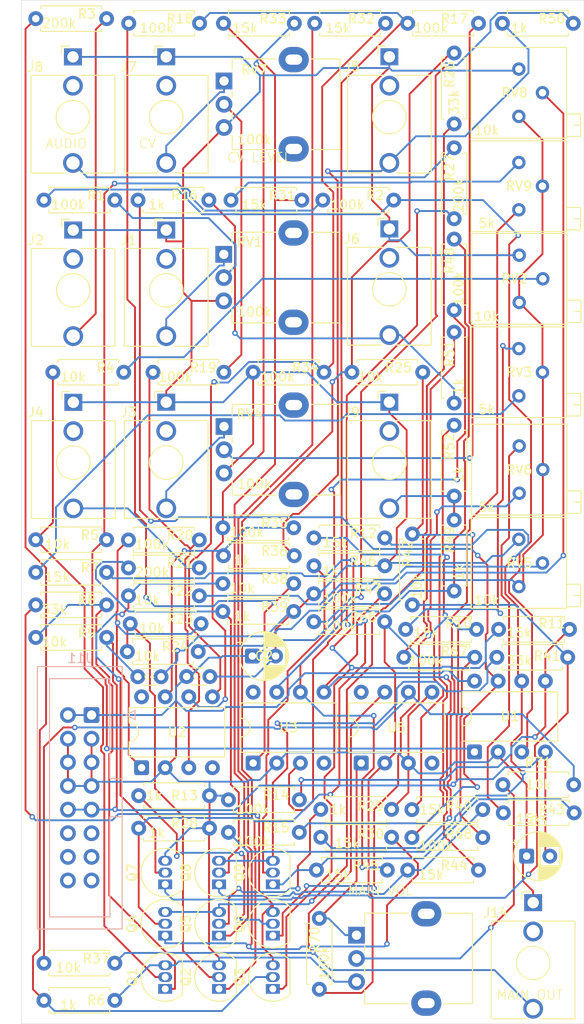
<source format=kicad_pcb>
(kicad_pcb (version 20241229) (generator "pcbnew") (generator_version "9.0")
  (layers (0 "F.Cu" signal) (2 "B.Cu" signal) (13 "F.Paste" user) (15 "B.Paste" user) (5 "F.SilkS" user "F.Silkscreen") (7 "B.SilkS" user "B.Silkscreen") (1 "F.Mask" user) (3 "B.Mask" user) (25 "Edge.Cuts" user))
  (net 0 "")
  (net 1 "GND")
  (net 2 "Net-(J1-PadT)")
  (net 3 "Net-(J2-PadT)")
  (net 4 "Net-(J3-PadT)")
  (net 5 "Net-(J4-PadT)")
  (net 6 "Net-(J7-PadT)")
  (net 7 "Net-(J8-PadT)")
  (net 11 "+12V")
  (net 13 "-12V")
  (net 15 "Net-(J14-PadT)")
  (net 16 "Net-(Q1-B)")
  (net 17 "Net-(Q1-C)")
  (net 18 "Net-(Q2-C)")
  (net 19 "Net-(Q2-B)")
  (net 20 "Net-(Q3-B)")
  (net 21 "Net-(Q3-C)")
  (net 22 "Net-(Q3-E)")
  (net 23 "Net-(Q4-E)")
  (net 24 "Net-(Q4-B)")
  (net 25 "Net-(Q4-C)")
  (net 26 "Net-(Q5-B)")
  (net 27 "Net-(Q5-C)")
  (net 28 "Net-(Q6-C)")
  (net 29 "Net-(Q6-B)")
  (net 30 "Net-(Q7-B)")
  (net 31 "Net-(Q7-C)")
  (net 32 "Net-(Q8-C)")
  (net 33 "Net-(Q8-B)")
  (net 34 "Net-(Q8-E)")
  (net 35 "Net-(Q9-C)")
  (net 36 "Net-(Q9-B)")
  (net 37 "Net-(U1A-+)")
  (net 38 "Net-(R1-Pad2)")
  (net 39 "Net-(R2-Pad1)")
  (net 40 "Net-(R4-Pad2)")
  (net 41 "Net-(R7-Pad1)")
  (net 42 "Net-(R10-Pad1)")
  (net 43 "Net-(U1B-+)")
  (net 44 "Net-(U1B--)")
  (net 45 "Net-(R15-Pad2)")
  (net 46 "Net-(J5-PadT)")
  (net 47 "Net-(U3A-+)")
  (net 48 "Net-(R17-Pad2)")
  (net 49 "Net-(R18-Pad1)")
  (net 50 "Net-(U2A-+)")
  (net 51 "Net-(R19-Pad2)")
  (net 52 "Net-(R20-Pad1)")
  (net 53 "Net-(R22-Pad2)")
  (net 54 "Net-(R24-Pad2)")
  (net 55 "Net-(R30-Pad1)")
  (net 56 "Net-(R31-Pad1)")
  (net 57 "Net-(U2B-+)")
  (net 58 "Net-(U2B--)")
  (net 59 "Net-(R35-Pad2)")
  (net 60 "Net-(J6-PadT)")
  (net 61 "Net-(U5B--)")
  (net 62 "Net-(R40-Pad1)")
  (net 63 "Net-(R43-Pad1)")
  (net 64 "Net-(U3B-+)")
  (net 65 "Net-(U3B--)")
  (net 66 "Net-(R48-Pad2)")
  (net 67 "Net-(J9-PadT)")
  (net 68 "Net-(U5A--)")
  (net 69 "Net-(R70-Pad2)")
  (net 70 "Net-(R71-Pad1)")
  (net 71 "Net-(R50-Pad2)")
  (net 72 "Net-(R51-Pad2)")
  (net 73 "Net-(R52-Pad2)")
  (footprint "Connector_Audio:Jack_3.5mm_QingPu_WQP-PJ398SM_Vertical_CircularHoles" (layer "F.Cu") (at 53.533 20.6)
    (property "Reference" "J5")
    (property "Value" "AudioPlug3")
  )
  (footprint "Resistor_THT:R_Axial_DIN0207_L6.3mm_D2.5mm_P7.62mm_Horizontal" (layer "F.Cu") (at 15.5 16.5)
    (property "Reference" "R3")
    (property "Value" "200k")
  )
  (footprint "Package_TO_SOT_THT:TO-92_Inline" (layer "F.Cu") (at 35.21 120.77 90)
    (property "Reference" "Q2")
    (property "Value" "BC548")
  )
  (footprint "Resistor_THT:R_Axial_DIN0207_L6.3mm_D2.5mm_P7.62mm_Horizontal" (layer "F.Cu") (at 16.38 36)
    (property "Reference" "R1")
    (property "Value" "100k")
  )
  (footprint "Connector_Audio:Jack_3.5mm_QingPu_WQP-PJ398SM_Vertical_CircularHoles" (layer "F.Cu") (at 19.5422 57.731)
    (property "Reference" "J4")
    (property "Value" "AudioPlug3")
  )
  (footprint "Resistor_THT:R_Axial_DIN0207_L6.3mm_D2.5mm_P7.62mm_Horizontal" (layer "F.Cu") (at 16.38 122)
    (property "Reference" "R6" (hide yes))
    (property "Value" "1k")
  )
  (footprint "Resistor_THT:R_Axial_DIN0207_L6.3mm_D2.5mm_P7.62mm_Horizontal" (layer "F.Cu") (at 35.6209 77.2121)
    (property "Reference" "R38")
    (property "Value" "10k")
  )
  (footprint "Resistor_THT:R_Axial_DIN0207_L6.3mm_D2.5mm_P7.62mm_Horizontal" (layer "F.Cu") (at 60.5 67.81 90)
    (property "Reference" "R52")
    (property "Value" "1k")
  )
  (footprint "Connector_Audio:Jack_3.5mm_QingPu_WQP-PJ398SM_Vertical_CircularHoles" (layer "F.Cu") (at 53.533 39.1)
    (property "Reference" "J6")
    (property "Value" "AudioPlug3")
  )
  (footprint "Resistor_THT:R_Axial_DIN0207_L6.3mm_D2.5mm_P7.62mm_Horizontal" (layer "F.Cu") (at 55.9556 101.5)
    (property "Reference" "R40")
    (property "Value" "15k")
  )
  (footprint "Resistor_THT:R_Axial_DIN0207_L6.3mm_D2.5mm_P7.62mm_Horizontal" (layer "F.Cu") (at 45.4073 81.3086)
    (property "Reference" "R66")
    (property "Value" "100k")
  )
  (footprint "Package_DIP:DIP-8_W7.62mm" (layer "F.Cu") (at 26.88 97 90)
    (property "Reference" "U2" (hide yes))
    (property "Value" "TL072" (hide yes))
  )
  (footprint "Package_TO_SOT_THT:TO-92_Inline" (layer "F.Cu") (at 41 109.54 90)
    (property "Reference" "Q9")
    (property "Value" "BC548")
  )
  (footprint "Potentiometer_THT:Potentiometer_Bourns_3296P_Horizontal" (layer "F.Cu") (at 67.46 57.04 180)
    (property "Reference" "RV3")
    (property "Value" "5k")
  )
  (footprint "Resistor_THT:R_Axial_DIN0207_L6.3mm_D2.5mm_P7.62mm_Horizontal" (layer "F.Cu") (at 65.7859 101.8486)
    (property "Reference" "R43")
    (property "Value" "15k")
  )
  (footprint "Resistor_THT:R_Axial_DIN0207_L6.3mm_D2.5mm_P7.62mm_Horizontal" (layer "F.Cu") (at 65.0933 85.1307)
    (property "Reference" "R41")
    (property "Value" "33k")
  )
  (footprint "Connector_Audio:Jack_3.5mm_QingPu_WQP-PJ398SM_Vertical_CircularHoles" (layer "F.Cu") (at 29.533 39.22)
    (property "Reference" "J1")
    (property "Value" "CV2 in")
  )
  (footprint "Package_DIP:DIP-8_W7.62mm" (layer "F.Cu") (at 38.88 96.5 90)
    (property "Reference" "U3" (hide yes))
    (property "Value" "TL072" (hide yes))
  )
  (footprint "Package_TO_SOT_THT:TO-92_Inline" (layer "F.Cu") (at 41 115.04 90)
    (property "Reference" "Q6")
    (property "Value" "BC548")
  )
  (footprint "Resistor_THT:R_Axial_DIN0207_L6.3mm_D2.5mm_P7.62mm_Horizontal" (layer "F.Cu") (at 60.5 47.81 90)
    (property "Reference" "R48")
    (property "Value" "100k")
  )
  (footprint "Resistor_THT:R_Axial_DIN0207_L6.3mm_D2.5mm_P7.62mm_Horizontal" (layer "F.Cu") (at 65.7423 98.8198)
    (property "Reference" "R71")
    (property "Value" "10k")
  )
  (footprint "Connector_Audio:Jack_3.5mm_QingPu_WQP-PJ398SM_Vertical_CircularHoles" (layer "F.Cu") (at 29.533 20.6)
    (property "Reference" "J7")
    (property "Value" "cv in")
  )
  (footprint "Resistor_THT:R_Axial_DIN0207_L6.3mm_D2.5mm_P7.62mm_Horizontal" (layer "F.Cu") (at 16.38 118)
    (property "Reference" "R37")
    (property "Value" "10k")
  )
  (footprint "Capacitor_THT:C_Disc_D3.0mm_W1.6mm_P2.50mm" (layer "F.Cu") (at 31.7282 87.2012)
    (property "Reference" "C1" (hide yes))
    (property "Value" "C" (hide yes))
  )
  (footprint "Resistor_THT:R_Axial_DIN0207_L6.3mm_D2.5mm_P7.62mm_Horizontal" (layer "F.Cu") (at 55.2833 82.1307)
    (property "Reference" "R10")
    (property "Value" "15k")
  )
  (footprint "Resistor_THT:R_Axial_DIN0207_L6.3mm_D2.5mm_P7.62mm_Horizontal" (layer "F.Cu") (at 26.5 36)
    (property "Reference" "R16")
    (property "Value" "1k")
  )
  (footprint "Resistor_THT:R_Axial_DIN0207_L6.3mm_D2.5mm_P7.62mm_Horizontal" (layer "F.Cu") (at 35.6209 80.2121)
    (property "Reference" "R39")
    (property "Value" "1k")
  )
  (footprint "Resistor_THT:R_Axial_DIN0207_L6.3mm_D2.5mm_P7.62mm_Horizontal" (layer "F.Cu") (at 15.5 79.5)
    (property "Reference" "R8")
    (property "Value" "33k")
  )
  (footprint "Resistor_THT:R_Axial_DIN0207_L6.3mm_D2.5mm_P7.62mm_Horizontal" (layer "F.Cu") (at 46.38 36)
    (property "Reference" "R2")
    (property "Value" "100k")
  )
  (footprint "Resistor_THT:R_Axial_DIN0207_L6.3mm_D2.5mm_P7.62mm_Horizontal" (layer "F.Cu") (at 45.69 108)
    (property "Reference" "R45")
    (property "Value" "15k")
  )
  (footprint "Connector_Audio:Jack_3.5mm_QingPu_WQP-PJ398SM_Vertical_CircularHoles" (layer "F.Cu") (at 53.533 57.72)
    (property "Reference" "J9")
    (property "Value" "AudioPlug3")
  )
  (footprint "Potentiometer_THT:Potentiometer_Bourns_3296P_Horizontal" (layer "F.Cu") (at 67.46 27 180)
    (property "Reference" "RV8")
    (property "Value" "10k")
  )
  (footprint "Resistor_THT:R_Axial_DIN0207_L6.3mm_D2.5mm_P7.62mm_Horizontal" (layer "F.Cu") (at 60.5 78 90)
    (property "Reference" "R49")
    (property "Value" "1k")
  )
  (footprint "Resistor_THT:R_Axial_DIN0207_L6.3mm_D2.5mm_P7.62mm_Horizontal" (layer "F.Cu") (at 65.2833 82.1307)
    (property "Reference" "R11")
    (property "Value" "15k")
  )
  (footprint "Resistor_THT:R_Axial_DIN0207_L6.3mm_D2.5mm_P7.62mm_Horizontal" (layer "F.Cu") (at 45.4223 75.3016)
    (property "Reference" "R46")
    (property "Value" "1k")
  )
  (footprint "Package_DIP:DIP-8_W7.62mm" (layer "F.Cu") (at 50.5 96.5 90)
    (property "Reference" "U5" (hide yes))
    (property "Value" "TL072")
  )
  (footprint "Resistor_THT:R_Axial_DIN0207_L6.3mm_D2.5mm_P7.62mm_Horizontal" (layer "F.Cu") (at 46.1531 104.4741)
    (property "Reference" "R30")
    (property "Value" "15k")
  )
  (footprint "Potentiometer_THT:Potentiometer_Alpha_RD901F-40-00D_Single_Vertical" (layer "F.Cu") (at 35.7482 60.3276)
    (property "Reference" "RV4")
    (property "Value" "100k")
  )
  (footprint "Potentiometer_THT:Potentiometer_Bourns_3296P_Horizontal" (layer "F.Cu") (at 67.46 37.04 180)
    (property "Reference" "RV9")
    (property "Value" "5k")
  )
  (footprint "Resistor_THT:R_Axial_DIN0207_L6.3mm_D2.5mm_P7.62mm_Horizontal" (layer "F.Cu") (at 35.6846 74.2121)
    (property "Reference" "R36")
    (property "Value" "1k")
  )
  (footprint "Resistor_THT:R_Axial_DIN0207_L6.3mm_D2.5mm_P7.62mm_Horizontal" (layer "F.Cu") (at 36.2281 100.4494)
    (property "Reference" "R14")
    (property "Value" "100k")
  )
  (footprint "Resistor_THT:R_Axial_DIN0207_L6.3mm_D2.5mm_P7.62mm_Horizontal" (layer "F.Cu") (at 15.5 72.5)
    (property "Reference" "R5")
    (property "Value" "10k")
  )
  (footprint "Package_TO_SOT_THT:TO-92_Inline" (layer "F.Cu") (at 29.42 115.04 90)
    (property "Reference" "Q4")
    (property "Value" "BC548")
  )
  (footprint "Potentiometer_THT:Potentiometer_Bourns_3296P_Horizontal" (layer "F.Cu") (at 67.5 47 180)
    (property "Reference" "RV2")
    (property "Value" "10k")
  )
  (footprint "Resistor_THT:R_Axial_DIN0207_L6.3mm_D2.5mm_P7.62mm_Horizontal" (layer "F.Cu") (at 46 120.81 90)
    (property "Reference" "R70")
    (property "Value" "100k")
  )
  (footprint "Resistor_THT:R_Axial_DIN0207_L6.3mm_D2.5mm_P7.62mm_Horizontal" (layer "F.Cu") (at 28.11 54.5)
    (property "Reference" "R19")
    (property "Value" "100k")
  )
  (footprint "Resistor_THT:R_Axial_DIN0207_L6.3mm_D2.5mm_P7.62mm_Horizontal" (layer "F.Cu") (at 46.1531 101.4741)
    (property "Reference" "R29")
    (property "Value" "1k")
  )
  (footprint "Resistor_THT:R_Axial_DIN0207_L6.3mm_D2.5mm_P7.62mm_Horizontal" (layer "F.Cu") (at 36.5 36)
    (property "Reference" "R31")
    (property "Value" "15k")
  )
  (footprint "Potentiometer_THT:Potentiometer_Bourns_3296P_Horizontal" (layer "F.Cu") (at 67.5 67.5 180)
    (property "Reference" "RV6")
    (property "Value" "5k")
  )
  (footprint "Resistor_THT:R_Axial_DIN0207_L6.3mm_D2.5mm_P7.62mm_Horizontal" (layer "F.Cu") (at 55.0933 85.1307)
    (property "Reference" "R67")
    (property "Value" "100k")
  )
  (footprint "Capacitor_THT:CP_Radial_D5.0mm_P2.50mm" (layer "F.Cu") (at 38.7949 85)
    (property "Reference" "C2" (hide yes))
    (property "Value" "C_Polarized")
  )
  (footprint "Resistor_THT:R_Axial_DIN0207_L6.3mm_D2.5mm_P7.62mm_Horizontal" (layer "F.Cu") (at 26.57 100)
    (property "Reference" "R13")
    (property "Value" "1k")
  )
  (footprint "Resistor_THT:R_Axial_DIN0207_L6.3mm_D2.5mm_P7.62mm_Horizontal" (layer "F.Cu") (at 35.69 17)
    (property "Reference" "R33")
    (property "Value" "15k")
  )
  (footprint "Resistor_THT:R_Axial_DIN0207_L6.3mm_D2.5mm_P7.62mm_Horizontal" (layer "F.Cu") (at 60.5 27.81 90)
    (property "Reference" "R26")
    (property "Value" "33k")
  )
  (footprint "Resistor_THT:R_Axial_DIN0207_L6.3mm_D2.5mm_P7.62mm_Horizontal" (layer "F.Cu") (at 45.4005 78.3016)
    (property "Reference" "R47")
    (property "Value" "100k")
  )
  (footprint "Resistor_THT:R_Axial_DIN0207_L6.3mm_D2.5mm_P7.62mm_Horizontal" (layer "F.Cu") (at 15.5 76)
    (property "Reference" "R7")
    (property "Value" "15k")
  )
  (footprint "Connector_Audio:Jack_3.5mm_QingPu_WQP-PJ398SM_Vertical_CircularHoles" (layer "F.Cu") (at 19.5 20.6095)
    (property "Reference" "J8")
    (property "Value" "audio in")
  )
  (footprint "Package_TO_SOT_THT:TO-92_Inline" (layer "F.Cu") (at 29.42 120.77 90)
    (property "Reference" "Q1")
    (property "Value" "BC548")
  )
  (footprint "Resistor_THT:R_Axial_DIN0207_L6.3mm_D2.5mm_P7.62mm_Horizontal" (layer "F.Cu") (at 60.5 57.81 90)
    (property "Reference" "R51")
    (property "Value" "1k")
  )
  (footprint "Resistor_THT:R_Axial_DIN0207_L6.3mm_D2.5mm_P7.62mm_Horizontal" (layer "F.Cu") (at 55.5 17)
    (property "Reference" "R17")
    (property "Value" "100k")
  )
  (footprint "Resistor_THT:R_Axial_DIN0207_L6.3mm_D2.5mm_P7.62mm_Horizontal" (layer "F.Cu") (at 60.5 38 90)
    (property "Reference" "R27")
    (property "Value" "200k")
  )
  (footprint "Capacitor_THT:CP_Radial_D5.0mm_P2.50mm" (layer "F.Cu") (at 68.2949 106.5)
    (property "Reference" "C3")
    (property "Value" "C_Polarized")
  )
  (footprint "Package_TO_SOT_THT:TO-92_Inline" (layer "F.Cu") (at 41 120.77 90)
    (property "Reference" "Q3")
    (property "Value" "BC548")
  )
  (footprint "Resistor_THT:R_Axial_DIN0207_L6.3mm_D2.5mm_P7.62mm_Horizontal" (layer "F.Cu") (at 25.3498 84.523)
    (property "Reference" "R24")
    (property "Value" "10k")
  )
  (footprint "Potentiometer_THT:Potentiometer_Alpha_RD901F-40-00D_Single_Vertical" (layer "F.Cu") (at 50 115)
    (property "Reference" "RV13" (hide yes))
    (property "Value" "100k" (hide yes))
  )
  (footprint "Package_TO_SOT_THT:TO-92_Inline" (layer "F.Cu") (at 35.21 115.04 90)
    (property "Reference" "Q5")
    (property "Value" "BC548")
  )
  (footprint "Resistor_THT:R_Axial_DIN0207_L6.3mm_D2.5mm_P7.62mm_Horizontal" (layer "F.Cu") (at 65.69 17)
    (property "Reference" "R50")
    (property "Value" "1k")
  )
  (footprint "Connector_Audio:Jack_3.5mm_QingPu_WQP-PJ398SM_Vertical_CircularHoles" (layer "F.Cu") (at 29.533 57.72)
    (property "Reference" "J3")
    (property "Value" "AudioPlug3")
  )
  (footprint "Resistor_THT:R_Axial_DIN0207_L6.3mm_D2.5mm_P7.62mm_Horizontal" (layer "F.Cu") (at 35.6209 71.2121)
    (property "Reference" "R35" (hide yes))
    (property "Value" "100k")
  )
  (footprint "Resistor_THT:R_Axial_DIN0207_L6.3mm_D2.5mm_P7.62mm_Horizontal" (layer "F.Cu") (at 25.4698 78.523)
    (property "Reference" "R22")
    (property "Value" "10k")
  )
  (footprint "Resistor_THT:R_Axial_DIN0207_L6.3mm_D2.5mm_P7.62mm_Horizontal" (layer "F.Cu") (at 55.9556 104.5)
    (property "Reference" "R68")
    (property "Value" "100k")
  )
  (footprint "Connector_Audio:Jack_3.5mm_QingPu_WQP-PJ398SM_Vertical_CircularHoles" (layer "F.Cu") (at 69 111.5)
    (property "Reference" "J14")
    (property "Value" "AudioPlug3")
  )
  (footprint "Resistor_THT:R_Axial_DIN0207_L6.3mm_D2.5mm_P7.62mm_Horizontal" (layer "F.Cu") (at 26.57 103.5)
    (property "Reference" "R28")
    (property "Value" "1k")
  )
  (footprint "Resistor_THT:R_Axial_DIN0207_L6.3mm_D2.5mm_P7.62mm_Horizontal" (layer "F.Cu") (at 49.5 54.5)
    (property "Reference" "R25")
    (property "Value" "10k")
  )
  (footprint "Resistor_THT:R_Axial_DIN0207_L6.3mm_D2.5mm_P7.62mm_Horizontal" (layer "F.Cu") (at 45.5 17)
    (property "Reference" "R32")
    (property "Value" "15k")
  )
  (footprint "Package_TO_SOT_THT:TO-92_Inline" (layer "F.Cu") (at 29.42 109.54 90)
    (property "Reference" "Q7")
    (property "Value" "BC548")
  )
  (footprint "Resistor_THT:R_Axial_DIN0207_L6.3mm_D2.5mm_P7.62mm_Horizontal" (layer "F.Cu") (at 55.5 108)
    (property "Reference" "R44")
    (property "Value" "15k")
  )
  (footprint "Resistor_THT:R_Axial_DIN0207_L6.3mm_D2.5mm_P7.62mm_Horizontal" (layer "F.Cu") (at 45.414 72.3016)
    (property "Reference" "R12" (hide yes))
    (property "Value" "15k")
  )
  (footprint "Resistor_THT:R_Axial_DIN0207_L6.3mm_D2.5mm_P7.62mm_Horizontal" (layer "F.Cu") (at 25.4698 72.523)
    (property "Reference" "R20")
    (property "Value" "100k")
  )
  (footprint "Resistor_THT:R_Axial_DIN0207_L6.3mm_D2.5mm_P7.62mm_Horizontal" (layer "F.Cu") (at 38.88 54.5)
    (property "Reference" "R34")
    (property "Value" "100k")
  )
  (footprint "Resistor_THT:R_Axial_DIN0207_L6.3mm_D2.5mm_P7.62mm_Horizontal" (layer "F.Cu") (at 56 79.5 90)
    (property "Reference" "R42")
    (property "Value" "10k")
  )
  (footprint "Package_DIP:DIP-8_W7.62mm" (layer "F.Cu") (at 62.69 95.305 90)
    (property "Reference" "U1" (hide yes))
    (property "Value" "TL072")
  )
  (footprint "Resistor_THT:R_Axial_DIN0207_L6.3mm_D2.5mm_P7.62mm_Horizontal" (layer "F.Cu") (at 15.5 83)
    (property "Reference" "R9")
    (property "Value" "10k")
  )
  (footprint "Potentiometer_THT:Potentiometer_Alpha_RD901F-40-00D_Single_Vertical" (layer "F.Cu") (at 35.7482 23.2004)
    (property "Reference" "RV7")
    (property "Value" "100k")
  )
  (footprint "Resistor_THT:R_Axial_DIN0207_L6.3mm_D2.5mm_P7.62mm_Horizontal" (layer "F.Cu") (at 36.2281 103.9494)
    (property "Reference" "R15")
    (property "Value" "100k")
  )
  (footprint "Potentiometer_THT:Potentiometer_Bourns_3296P_Horizontal" (layer "F.Cu") (at 67.46 77.54 180)
    (property "Reference" "RV5")
    (property "Value" "10k")
  )
  (footprint "Resistor_THT:R_Axial_DIN0207_L6.3mm_D2.5mm_P7.62mm_Horizontal" (layer "F.Cu") (at 25.5 17)
    (property "Reference" "R18")
    (property "Value" "100k")
  )
  (footprint "Resistor_THT:R_Axial_DIN0207_L6.3mm_D2.5mm_P7.62mm_Horizontal" (layer "F.Cu") (at 17.34 54.5)
    (property "Reference" "R4")
    (property "Value" "10k")
  )
  (footprint "Capacitor_THT:C_Disc_D3.0mm_W1.6mm_P2.50mm" (layer "F.Cu") (at 26.4768 87.2229)
    (property "Reference" "C4" (hide yes))
    (property "Value" "C" (hide yes))
  )
  (footprint "Potentiometer_THT:Potentiometer_Alpha_RD901F-40-00D_Single_Vertical" (layer "F.Cu") (at 35.7214 41.8282)
    (property "Reference" "RV1")
    (property "Value" "100k")
  )
  (footprint "Resistor_THT:R_Axial_DIN0207_L6.3mm_D2.5mm_P7.62mm_Horizontal" (layer "F.Cu") (at 25.4698 75.523)
    (property "Reference" "R21")
    (property "Value" "200k")
  )
  (footprint "Connector_Audio:Jack_3.5mm_QingPu_WQP-PJ398SM_Vertical_CircularHoles" (layer "F.Cu") (at 19.5262 39.2221)
    (property "Reference" "J2")
    (property "Value" "Audio 2 in")
  )
  (footprint "Package_TO_SOT_THT:TO-92_Inline" (layer "F.Cu") (at 35.21 109.54 90)
    (property "Reference" "Q8")
    (property "Value" "BC548")
  )
  (footprint "Resistor_THT:R_Axial_DIN0207_L6.3mm_D2.5mm_P7.62mm_Horizontal" (layer "F.Cu") (at 25.6598 81.523)
    (property "Reference" "R23")
    (property "Value" "10k")
  )
  (footprint "Connector_IDC:IDC-Header_2x08_P2.54mm_Vertical" (layer "B.Cu") (at 21.5 91.34 180)
    (property "Reference" "J11")
    (property "Value" "Conn_02x08_Odd_Even")
  )
  (gr_rect (start 13.96 14.52) (end 74.46 124.52) (stroke (width 0.05)) (fill no) (layer "Edge.Cuts"))
  (gr_text "MAIN OUT" (at 65 122 0) (layer "F.SilkS") (effects (font (size 1 1) (thickness 0.1)) (justify left bottom)))
  (gr_text "MAIN VOL" (at 49 110.8 0) (layer "F.SilkS") (effects (font (size 1 1) (thickness 0.1)) (justify left bottom)))
  (gr_text "AUDIO" (at 16.5 30.5 0) (layer "F.SilkS") (effects (font (size 1 1) (thickness 0.1)) (justify left bottom)))
  (gr_text "CV LEVEL" (at 36 32 0) (layer "F.SilkS") (effects (font (size 1 1) (thickness 0.1)) (justify left bottom)))
  (gr_text "CV" (at 26.5 30.5 0) (layer "F.SilkS") (effects (font (size 1 1) (thickness 0.1)) (justify left bottom)))
  (segment (start 45.4005 78.3016) (end 43.49 80.2121) (width 0.2) (layer "F.Cu") (net 1))
  (segment (start 54.3263 71.2432) (end 54.3263 74.0176) (width 0.2) (layer "F.Cu") (net 1))
  (segment (start 38.88 62.1958) (end 35.7482 65.3276) (width 0.2) (layer "F.Cu") (net 1))
  (segment (start 34.19 103.5) (end 34.19 100) (width 0.2) (layer "F.Cu") (net 1))
  (segment (start 18.96 96.42) (end 18.96 98.96) (width 0.2) (layer "F.Cu") (net 1))
  (segment (start 53.533 57.72) (end 53.533 58.9367) (width 0.2) (layer "F.Cu") (net 1))
  (segment (start 43.49 80.2121) (end 43.2409 80.2121) (width 0.2) (layer "F.Cu") (net 1))
  (segment (start 34.1358 103.5542) (end 34.19 103.5) (width 0.2) (layer "F.Cu") (net 1))
  (segment (start 55.58 91.42) (end 58.12 88.88) (width 0.2) (layer "F.Cu") (net 1))
  (segment (start 29.533 39.22) (end 29.533 40.4367) (width 0.2) (layer "F.Cu") (net 1))
  (segment (start 21.5 93.88) (end 21.5 96.42) (width 0.2) (layer "F.Cu") (net 1))
  (segment (start 31.3523 32.5963) (end 31.3523 40.4367) (width 0.2) (layer "F.Cu") (net 1))
  (segment (start 67.9023 109.1856) (end 69 110.2833) (width 0.2) (layer "F.Cu") (net 1))
  (segment (start 35.21 117.4033) (end 34.1358 116.3291) (width 0.2) (layer "F.Cu") (net 1))
  (segment (start 43.2409 80.2121) (end 41.2949 82.1581) (width 0.2) (layer "F.Cu") (net 1))
  (segment (start 31.3523 45.9297) (end 32.2508 46.8282) (width 0.2) (layer "F.Cu") (net 1))
  (segment (start 18.96 96.42) (end 18.96 93.88) (width 0.2) (layer "F.Cu") (net 1))
  (segment (start 68.2949 106.5) (end 67.9023 106.8926) (width 0.2) (layer "F.Cu") (net 1))
  (segment (start 53.533 20.6) (end 53.533 21.8167) (width 0.2) (layer "F.Cu") (net 1))
  (segment (start 38.88 54.5) (end 38.88 62.1958) (width 0.2) (layer "F.Cu") (net 1))
  (segment (start 53.457 21.8167) (end 53.533 21.8167) (width 0.2) (layer "F.Cu") (net 1))
  (segment (start 32.2508 46.8282) (end 32.2508 53.7855) (width 0.2) (layer "F.Cu") (net 1))
  (segment (start 35.21 118.23) (end 35.21 117.4033) (width 0.2) (layer "F.Cu") (net 1))
  (segment (start 35.7214 46.8282) (end 32.2508 46.8282) (width 0.2) (layer "F.Cu") (net 1))
  (segment (start 65.23 95.7292) (end 68.2949 98.7941) (width 0.2) (layer "F.Cu") (net 1))
  (segment (start 31.3523 40.4367) (end 29.533 40.4367) (width 0.2) (layer "F.Cu") (net 1))
  (segment (start 55.58 96.5) (end 55.58 91.42) (width 0.2) (layer "F.Cu") (net 1))
  (segment (start 51.6736 23.6001) (end 53.457 21.8167) (width 0.2) (layer "F.Cu") (net 1))
  (segment (start 35.7482 28.2004) (end 31.3523 32.5963) (width 0.2) (layer "F.Cu") (net 1))
  (segment (start 29.533 57.72) (end 29.533 56.5033) (width 0.2) (layer "F.Cu") (net 1))
  (segment (start 67.9023 106.8926) (end 67.9023 109.1856) (width 0.2) (layer "F.Cu") (net 1))
  (segment (start 54.3263 74.0176) (end 53.0423 75.3016) (width 0.2) (layer "F.Cu") (net 1))
  (segment (start 55.58 99.6672) (end 53.7731 101.4741) (width 0.2) (layer "F.Cu") (net 1))
  (segment (start 55.3905 60.7182) (end 55.3905 70.179) (width 0.2) (layer "F.Cu") (net 1))
  (segment (start 53.533 58.9367) (end 53.609 58.9367) (width 0.2) (layer "F.Cu") (net 1))
  (segment (start 41.2949 82.1581) (end 41.2949 85) (width 0.2) (layer "F.Cu") (net 1))
  (segment (start 31.3523 40.4367) (end 31.3523 45.9297) (width 0.2) (layer "F.Cu") (net 1))
  (segment (start 53.533 37.8833) (end 51.6736 36.0239) (width 0.2) (layer "F.Cu") (net 1))
  (segment (start 53.533 39.1) (end 53.533 37.8833) (width 0.2) (layer "F.Cu") (net 1))
  (segment (start 30.7274 84.4116) (end 30.592 84.547) (width 0.2) (layer "F.Cu") (net 1))
  (segment (start 65.23 95.305) (end 65.23 95.7292) (width 0.2) (layer "F.Cu") (net 1))
  (segment (start 69 111.5) (end 69 110.2833) (width 0.2) (layer "F.Cu") (net 1))
  (segment (start 68.2949 98.7941) (end 68.2949 106.5) (width 0.2) (layer "F.Cu") (net 1))
  (segment (start 55.3905 70.179) (end 54.3263 71.2432) (width 0.2) (layer "F.Cu") (net 1))
  (segment (start 21.5 98.96) (end 21.5 96.42) (width 0.2) (layer "F.Cu") (net 1))
  (segment (start 51.6736 36.0239) (end 51.6736 23.6001) (width 0.2) (layer "F.Cu") (net 1))
  (segment (start 32.2508 53.7855) (end 29.533 56.5033) (width 0.2) (layer "F.Cu") (net 1))
  (segment (start 30.592 95.828) (end 29.42 97) (width 0.2) (layer "F.Cu") (net 1))
  (segment (start 53.609 58.9367) (end 55.3905 60.7182) (width 0.2) (layer "F.Cu") (net 1))
  (segment (start 30.592 84.547) (end 30.592 95.828) (width 0.2) (layer "F.Cu") (net 1))
  (segment (start 34.1358 116.3291) (end 34.1358 103.5542) (width 0.2) (layer "F.Cu") (net 1))
  (segment (start 55.58 96.5) (end 55.58 99.6672) (width 0.2) (layer "F.Cu") (net 1))
  (via (at 30.7274 84.4116) (size 0.6) (drill 0.3) (layers "F.Cu" "B.Cu") (net 1))
  (segment (start 56.6885 97.6085) (end 55.58 96.5) (width 0.2) (layer "B.Cu") (net 1))
  (segment (start 19.5422 57.731) (end 20.8089 57.731) (width 0.2) (layer "B.Cu") (net 1))
  (segment (start 34.19 100) (end 35.7787 100) (width 0.2) (layer "B.Cu") (net 1))
  (segment (start 60.5822 96.4077) (end 59.3814 97.6085) (width 0.2) (layer "B.Cu") (net 1))
  (segment (start 33.0047 82.8834) (end 31.4765 84.4116) (width 0.2) (layer "B.Cu") (net 1))
  (segment (start 41.2949 85) (end 39.0937 87.2012) (width 0.2) (layer "B.Cu") (net 1))
  (segment (start 38.4206 98.3302) (end 38.2543 98.4965) (width 0.2) (layer "B.Cu") (net 1))
  (segment (start 40.235 82.8834) (end 33.0047 82.8834) (width 0.2) (layer "B.Cu") (net 1))
  (segment (start 63.8746 74.9895) (end 64.6119 74.2522) (width 0.2) (layer "B.Cu") (net 1))
  (segment (start 19.5 20.6095) (end 28.2568 20.6095) (width 0.2) (layer "B.Cu") (net 1))
  (segment (start 53.533 39.1) (end 53.533 40.3167) (width 0.2) (layer "B.Cu") (net 1))
  (segment (start 27.77 118.23) (end 29.42 118.23) (width 0.2) (layer "B.Cu") (net 1))
  (segment (start 38.88 54.5) (end 44.7 54.5) (width 0.2) (layer "B.Cu") (net 1))
  (segment (start 20.8089 57.731) (end 20.8199 57.72) (width 0.2) (layer "B.Cu") (net 1))
  (segment (start 54.7497 40.3167) (end 56.353 41.92) (width 0.2) (layer "B.Cu") (net 1))
  (segment (start 32.0933 103.5) (end 29.42 106.1733) (width 0.2) (layer "B.Cu") (net 1))
  (segment (start 35.21 117.8166) (end 30.8851 117.8166) (width 0.2) (layer "B.Cu") (net 1))
  (segment (start 67.2923 22.0877) (end 67.46 21.92) (width 0.2) (layer "B.Cu") (net 1))
  (segment (start 39.6019 22.586) (end 45.6426 22.586) (width 0.2) (layer "B.Cu") (net 1))
  (segment (start 30.7274 85.4723) (end 28.9768 87.2229) (width 0.2) (layer "B.Cu") (net 1))
  (segment (start 34.19 98.4965) (end 34.19 100) (width 0.2) (layer "B.Cu") (net 1))
  (segment (start 35.21 117.8166) (end 35.21 117.4033) (width 0.2) (layer "B.Cu") (net 1))
  (segment (start 47.92 57.72) (end 53.533 57.72) (width 0.2) (layer "B.Cu") (net 1))
  (segment (start 38.4206 98.3302) (end 38.2543 98.4965) (width 0.2) (layer "B.Cu") (net 1))
  (segment (start 35.7787 100) (end 36.2281 100.4494) (width 0.2) (layer "B.Cu") (net 1))
  (segment (start 29.42 118.23) (end 30.4717 118.23) (width 0.2) (layer "B.Cu") (net 1))
  (segment (start 64.1273 96.4077) (end 60.5822 96.4077) (width 0.2) (layer "B.Cu") (net 1))
  (segment (start 35.21 117.4033) (end 45.0486 117.4033) (width 0.2) (layer "B.Cu") (net 1))
  (segment (start 64.6119 74.2522) (end 64.6256 74.2385) (width 0.2) (layer "B.Cu") (net 1))
  (segment (start 48.9684 75.3016) (end 53.0423 75.3016) (width 0.2) (layer "B.Cu") (net 1))
  (segment (start 64.6119 74.2522) (end 64.6256 74.2385) (width 0.2) (layer "B.Cu") (net 1))
  (segment (start 20.8199 57.72) (end 29.533 57.72) (width 0.2) (layer "B.Cu") (net 1))
  (segment (start 43.2409 80.2121) (end 42.9063 80.2121) (width 0.2) (layer "B.Cu") (net 1))
  (segment (start 53.0423 75.3016) (end 53.3544 74.9895) (width 0.2) (layer "B.Cu") (net 1))
  (segment (start 39.6019 24.3467) (end 35.7482 28.2004) (width 0.2) (layer "B.Cu") (net 1))
  (segment (start 53.533 20.6) (end 53.533 21.8021) (width 0.2) (layer "B.Cu") (net 1))
  (segment (start 34.19 98.4965) (end 30.9165 98.4965) (width 0.2) (layer "B.Cu") (net 1))
  (segment (start 30.8851 117.8166) (end 30.4717 118.23) (width 0.2) (layer "B.Cu") (net 1))
  (segment (start 55.58 96.5) (end 54.4361 95.3561) (width 0.2) (layer "B.Cu") (net 1))
  (segment (start 29.533 57.72) (end 35.66 57.72) (width 0.2) (layer "B.Cu") (net 1))
  (segment (start 37.6159 20.6) (end 39.6019 22.586) (width 0.2) (layer "B.Cu") (net 1))
  (segment (start 39.0937 87.2012) (end 34.2282 87.2012) (width 0.2) (layer "B.Cu") (net 1))
  (segment (start 29.533 20.6) (end 37.6159 20.6) (width 0.2) (layer "B.Cu") (net 1))
  (segment (start 46.4265 21.8021) (end 53.533 21.8021) (width 0.2) (layer "B.Cu") (net 1))
  (segment (start 28.2568 20.6095) (end 28.2663 20.6) (width 0.2) (layer "B.Cu") (net 1))
  (segment (start 18.96 98.96) (end 21.5 98.96) (width 0.2) (layer "B.Cu") (net 1))
  (segment (start 35.21 118.23) (end 35.21 117.8166) (width 0.2) (layer "B.Cu") (net 1))
  (segment (start 56.353 41.92) (end 67.5 41.92) (width 0.2) (layer "B.Cu") (net 1))
  (segment (start 53.3544 74.9895) (end 63.8746 74.9895) (width 0.2) (layer "B.Cu") (net 1))
  (segment (start 41.42 96.5) (end 39.5898 98.3302) (width 0.2) (layer "B.Cu") (net 1))
  (segment (start 45.4005 78.3016) (end 45.9684 78.3016) (width 0.2) (layer "B.Cu") (net 1))
  (segment (start 34.19 103.5) (end 32.0933 103.5) (width 0.2) (layer "B.Cu") (net 1))
  (segment (start 45.0486 117.4033) (end 47.6453 120) (width 0.2) (layer "B.Cu") (net 1))
  (segment (start 30.9165 98.4965) (end 29.42 97) (width 0.2) (layer "B.Cu") (net 1))
  (segment (start 30.7274 84.4116) (end 30.7274 85.4723) (width 0.2) (layer "B.Cu") (net 1))
  (segment (start 20.795 39.22) (end 20.7929 39.2221) (width 0.2) (layer "B.Cu") (net 1))
  (segment (start 45.6426 22.586) (end 46.4265 21.8021) (width 0.2) (layer "B.Cu") (net 1))
  (segment (start 53.533 40.3167) (end 54.7497 40.3167) (width 0.2) (layer "B.Cu") (net 1))
  (segment (start 42.9063 80.2121) (end 40.235 82.8834) (width 0.2) (layer "B.Cu") (net 1))
  (segment (start 39.6019 22.586) (end 39.6019 24.3467) (width 0.2) (layer "B.Cu") (net 1))
  (segment (start 59.3814 97.6085) (end 56.6885 97.6085) (width 0.2) (layer "B.Cu") (net 1))
  (segment (start 64.6256 74.2385) (end 65.6815 74.2385) (width 0.2) (layer "B.Cu") (net 1))
  (segment (start 44.7 54.5) (end 47.92 57.72) (width 0.2) (layer "B.Cu") (net 1))
  (segment (start 39.5898 98.3302) (end 38.4206 98.3302) (width 0.2) (layer "B.Cu") (net 1))
  (segment (start 65.6815 74.2385) (end 67.46 72.46) (width 0.2) (layer "B.Cu") (net 1))
  (segment (start 47.6453 120) (end 50 120) (width 0.2) (layer "B.Cu") (net 1))
  (segment (start 29.42 97) (end 27.9133 98.5067) (width 0.2) (layer "B.Cu") (net 1))
  (segment (start 42.5639 95.3561) (end 41.42 96.5) (width 0.2) (layer "B.Cu") (net 1))
  (segment (start 53.533 21.8021) (end 53.8186 22.0877) (width 0.2) (layer "B.Cu") (net 1))
  (segment (start 19.5262 39.2221) (end 20.7929 39.2221) (width 0.2) (layer "B.Cu") (net 1))
  (segment (start 24 122) (end 27.77 118.23) (width 0.2) (layer "B.Cu") (net 1))
  (segment (start 53.8186 22.0877) (end 67.2923 22.0877) (width 0.2) (layer "B.Cu") (net 1))
  (segment (start 35.66 57.72) (end 38.88 54.5) (width 0.2) (layer "B.Cu") (net 1))
  (segment (start 29.533 20.6) (end 28.2663 20.6) (width 0.2) (layer "B.Cu") (net 1))
  (segment (start 54.4361 95.3561) (end 42.5639 95.3561) (width 0.2) (layer "B.Cu") (net 1))
  (segment (start 27.9133 98.5067) (end 21.9533 98.5067) (width 0.2) (layer "B.Cu") (net 1))
  (segment (start 21.9533 98.5067) (end 21.5 98.96) (width 0.2) (layer "B.Cu") (net 1))
  (segment (start 29.42 107) (end 29.42 106.1733) (width 0.2) (layer "B.Cu") (net 1))
  (segment (start 31.4765 84.4116) (end 30.7274 84.4116) (width 0.2) (layer "B.Cu") (net 1))
  (segment (start 29.533 39.22) (end 20.795 39.22) (width 0.2) (layer "B.Cu") (net 1))
  (segment (start 38.2543 98.4965) (end 34.19 98.4965) (width 0.2) (layer "B.Cu") (net 1))
  (segment (start 65.23 95.305) (end 64.1273 96.4077) (width 0.2) (layer "B.Cu") (net 1))
  (segment (start 45.9684 78.3016) (end 48.9684 75.3016) (width 0.2) (layer "B.Cu") (net 1))
  (segment (start 35.7214 41.8282) (end 35.7214 43.0299) (width 0.2) (layer "B.Cu") (net 2))
  (segment (start 35.7214 43.0299) (end 35.2708 43.0299) (width 0.2) (layer "B.Cu") (net 2))
  (segment (start 29.533 48.7677) (end 29.533 50.62) (width 0.2) (layer "B.Cu") (net 2))
  (segment (start 35.2708 43.0299) (end 29.533 48.7677) (width 0.2) (layer "B.Cu") (net 2))
  (segment (start 21.9472 48.2011) (end 21.9472 17.6728) (width 0.2) (layer "F.Cu") (net 3))
  (segment (start 21.9472 17.6728) (end 23.12 16.5) (width 0.2) (layer "F.Cu") (net 3))
  (segment (start 19.5262 50.6221) (end 21.9472 48.2011) (width 0.2) (layer "F.Cu") (net 3))
  (segment (start 29.533 67.2939) (end 29.533 69.12) (width 0.2) (layer "B.Cu") (net 4))
  (segment (start 35.7482 61.5293) (end 35.2976 61.5293) (width 0.2) (layer "B.Cu") (net 4))
  (segment (start 35.2976 61.5293) (end 29.533 67.2939) (width 0.2) (layer "B.Cu") (net 4))
  (segment (start 35.7482 60.3276) (end 35.7482 61.5293) (width 0.2) (layer "B.Cu") (net 4))
  (segment (start 19.5422 69.131) (end 25.3953 69.131) (width 0.2) (layer "B.Cu") (net 5))
  (segment (start 31.7873 75.523) (end 33.0898 75.523) (width 0.2) (layer "B.Cu") (net 5))
  (segment (start 25.3953 69.131) (end 31.7873 75.523) (width 0.2) (layer "B.Cu") (net 5))
  (segment (start 35.2976 24.4021) (end 35.7482 24.4021) (width 0.2) (layer "B.Cu") (net 6))
  (segment (start 29.533 30.1667) (end 35.2976 24.4021) (width 0.2) (layer "B.Cu") (net 6))
  (segment (start 35.7482 23.2004) (end 35.7482 24.4021) (width 0.2) (layer "B.Cu") (net 6))
  (segment (start 29.533 32) (end 29.533 30.1667) (width 0.2) (layer "B.Cu") (net 6))
  (segment (start 21.0416 33.5511) (end 57.3289 33.5511) (width 0.2) (layer "B.Cu") (net 7))
  (segment (start 19.5 32.0095) (end 21.0416 33.5511) (width 0.2) (layer "B.Cu") (net 7))
  (segment (start 57.3289 33.5511) (end 60.5 30.38) (width 0.2) (layer "B.Cu") (net 7))
  (segment (start 67.9377 74.0972) (end 70.04 71.9949) (width 0.2) (layer "F.Cu") (net 11))
  (segment (start 67.5 47) (end 70 49.5) (width 0.2) (layer "F.Cu") (net 11))
  (segment (start 70 29.54) (end 67.46 27) (width 0.2) (layer "F.Cu") (net 11))
  (segment (start 67.9377 77.0623) (end 67.9377 74.0972) (width 0.2) (layer "F.Cu") (net 11))
  (segment (start 70 34.5) (end 70 41.7951) (width 0.2) (layer "F.Cu") (net 11))
  (segment (start 70 34.5) (end 70 29.54) (width 0.2) (layer "F.Cu") (net 11))
  (segment (start 67.46 77.54) (end 67.9377 77.0623) (width 0.2) (layer "F.Cu") (net 11))
  (segment (start 70 49.5) (end 70 54.5) (width 0.2) (layer "F.Cu") (net 11))
  (segment (start 70.04 64.96) (end 70.04 54.54) (width 0.2) (layer "F.Cu") (net 11))
  (segment (start 67.5 44.2951) (end 67.5 47) (width 0.2) (layer "F.Cu") (net 11))
  (segment (start 70 41.7951) (end 67.5 44.2951) (width 0.2) (layer "F.Cu") (net 11))
  (segment (start 70.04 54.54) (end 70 54.5) (width 0.2) (layer "F.Cu") (net 11))
  (segment (start 70.04 71.9949) (end 70.04 64.96) (width 0.2) (layer "F.Cu") (net 11))
  (segment (start 39.3629 85) (end 41.0791 83.2838) (width 0.2) (layer "B.Cu") (net 11))
  (segment (start 59.1142 86.8438) (end 59.4139 86.5441) (width 0.2) (layer "B.Cu") (net 11))
  (segment (start 61.0531 87.685) (end 62.69 87.685) (width 0.2) (layer "B.Cu") (net 11))
  (segment (start 41.0791 83.2838) (end 41.0791 83.2837) (width 0.2) (layer "B.Cu") (net 11))
  (segment (start 42.69 89.1993) (end 42.69 88.592) (width 0.2) (layer "B.Cu") (net 11))
  (segment (start 49.4194 79.4034) (end 53.6507 79.4034) (width 0.2) (layer "B.Cu") (net 11))
  (segment (start 35.426 85.1663) (end 35.5923 85) (width 0.2) (layer "B.Cu") (net 11))
  (segment (start 59.4139 86.5441) (end 59.9122 86.5441) (width 0.2) (layer "B.Cu") (net 11))
  (segment (start 32.0825 87.2012) (end 31.7282 87.2012) (width 0.2) (layer "B.Cu") (net 11))
  (segment (start 35.5665 90.8834) (end 35.8019 90.648) (width 0.2) (layer "B.Cu") (net 11))
  (segment (start 35.8019 90.648) (end 35.9682 90.4817) (width 0.2) (layer "B.Cu") (net 11))
  (segment (start 41.4076 90.4817) (end 42.69 89.1993) (width 0.2) (layer "B.Cu") (net 11))
  (segment (start 35.426 85.1663) (end 35.5923 85) (width 0.2) (layer "B.Cu") (net 11))
  (segment (start 44.4382 86.8438) (end 59.1142 86.8438) (width 0.2) (layer "B.Cu") (net 11))
  (segment (start 42.69 88.592) (end 44.4382 86.8438) (width 0.2) (layer "B.Cu") (net 11))
  (segment (start 30.5832 88.3462) (end 31.7282 87.2012) (width 0.2) (layer "B.Cu") (net 11))
  (segment (start 30.5832 89.8032) (end 29.0464 91.34) (width 0.2) (layer "B.Cu") (net 11))
  (segment (start 30.5832 89.8032) (end 31.6634 90.8834) (width 0.2) (layer "B.Cu") (net 11))
  (segment (start 66.7575 76.8375) (end 67.46 77.54) (width 0.2) (layer "B.Cu") (net 11))
  (segment (start 35.9682 90.4817) (end 41.4076 90.4817) (width 0.2) (layer "B.Cu") (net 11))
  (segment (start 35.426 85.1663) (end 34.1174 85.1663) (width 0.2) (layer "B.Cu") (net 11))
  (segment (start 30.5832 89.8032) (end 30.5832 88.3462) (width 0.2) (layer "B.Cu") (net 11))
  (segment (start 59.9122 86.5441) (end 61.0531 87.685) (width 0.2) (layer "B.Cu") (net 11))
  (segment (start 35.8019 90.648) (end 35.9682 90.4817) (width 0.2) (layer "B.Cu") (net 11))
  (segment (start 18.96 91.34) (end 21.5 91.34) (width 0.2) (layer "B.Cu") (net 11))
  (segment (start 31.6634 90.8834) (end 35.5665 90.8834) (width 0.2) (layer "B.Cu") (net 11))
  (segment (start 29.0464 91.34) (end 21.5 91.34) (width 0.2) (layer "B.Cu") (net 11))
  (segment (start 53.6507 79.4034) (end 56.2166 76.8375) (width 0.2) (layer "B.Cu") (net 11))
  (segment (start 38.7949 85) (end 39.3629 85) (width 0.2) (layer "B.Cu") (net 11))
  (segment (start 34.1174 85.1663) (end 32.0825 87.2012) (width 0.2) (layer "B.Cu") (net 11))
  (segment (start 35.5923 85) (end 38.7949 85) (width 0.2) (layer "B.Cu") (net 11))
  (segment (start 56.2166 76.8375) (end 66.7575 76.8375) (width 0.2) (layer "B.Cu") (net 11))
  (segment (start 41.0791 83.2837) (end 45.5391 83.2837) (width 0.2) (layer "B.Cu") (net 11))
  (segment (start 45.5391 83.2837) (end 49.4194 79.4034) (width 0.2) (layer "B.Cu") (net 11))
  (segment (start 62.4355 72.0118) (end 62.4355 80.1818) (width 0.2) (layer "F.Cu") (net 13))
  (segment (start 23.8075 87.7185) (end 23.8075 83.6875) (width 0.2) (layer "F.Cu") (net 13))
  (segment (start 70.31 95.305) (end 70.31 106.0151) (width 0.2) (layer "F.Cu") (net 13))
  (segment (start 60.9301 81.6872) (end 60.9301 91.2362) (width 0.2) (layer "F.Cu") (net 13))
  (segment (start 70.31 106.0151) (end 70.7949 106.5) (width 0.2) (layer "F.Cu") (net 13))
  (segment (start 57.12 70.76) (end 57.12 54.5) (width 0.2) (layer "F.Cu") (net 13))
  (segment (start 60.7644 91.4019) (end 60.7644 98.441) (width 0.2) (layer "F.Cu") (net 13))
  (segment (start 62.4355 80.1818) (end 60.9301 81.6872) (width 0.2) (layer "F.Cu") (net 13))
  (segment (start 62.4773 71.97) (end 62.4355 72.0118) (width 0.2) (layer "F.Cu") (net 13))
  (segment (start 60.7644 98.441) (end 60.4163 98.7891) (width 0.2) (layer "F.Cu") (net 13))
  (segment (start 24.2083 101.2996) (end 24.2083 88.1193) (width 0.2) (layer "F.Cu") (net 13))
  (segment (start 24.0263 101.4816) (end 24.2083 101.2996) (width 0.2) (layer "F.Cu") (net 13))
  (segment (start 23.8075 83.6875) (end 23.12 83) (width 0.2) (layer "F.Cu") (net 13))
  (segment (start 24.2083 88.1193) (end 23.8075 87.7185) (width 0.2) (layer "F.Cu") (net 13))
  (segment (start 56 71.88) (end 57.12 70.76) (width 0.2) (layer "F.Cu") (net 13))
  (segment (start 60.9301 91.2362) (end 60.7644 91.4019) (width 0.2) (layer "F.Cu") (net 13))
  (via (at 62.4773 71.97) (size 0.6) (drill 0.3) (layers "F.Cu" "B.Cu") (net 13))
  (via (at 24.0263 101.4816) (size 0.6) (drill 0.3) (layers "F.Cu" "B.Cu") (net 13))
  (via (at 60.4163 98.7891) (size 0.6) (drill 0.3) (layers "F.Cu" "B.Cu") (net 13))
  (segment (start 64.6768 98.2309) (end 65.9661 96.9416) (width 0.2) (layer "B.Cu") (net 13))
  (segment (start 39.5795 98.9083) (end 36.9254 101.5624) (width 0.2) (layer "B.Cu") (net 13))
  (segment (start 60.9745 98.2309) (end 64.6768 98.2309) (width 0.2) (layer "B.Cu") (net 13))
  (segment (start 23.12 83) (end 23.12 83.8661) (width 0.2) (layer "B.Cu") (net 13))
  (segment (start 24.0263 101.4816) (end 24.0079 101.5) (width 0.2) (layer "B.Cu") (net 13))
  (segment (start 36.9254 101.5624) (end 24.1071 101.5624) (width 0.2) (layer "B.Cu") (net 13))
  (segment (start 60.4163 98.7891) (end 60.9745 98.2309) (width 0.2) (layer "B.Cu") (net 13))
  (segment (start 18.96 101.5) (end 21.5 101.5) (width 0.2) (layer "B.Cu") (net 13))
  (segment (start 23.12 83.8661) (end 26.4768 87.2229) (width 0.2) (layer "B.Cu") (net 13))
  (segment (start 56.09 71.97) (end 56 71.88) (width 0.2) (layer "B.Cu") (net 13))
  (segment (start 68.6734 96.9416) (end 70.31 95.305) (width 0.2) (layer "B.Cu") (net 13))
  (segment (start 60.4163 98.7891) (end 60.2971 98.9083) (width 0.2) (layer "B.Cu") (net 13))
  (segment (start 65.9661 96.9416) (end 68.6734 96.9416) (width 0.2) (layer "B.Cu") (net 13))
  (segment (start 24.1071 101.5624) (end 24.0263 101.4816) (width 0.2) (layer "B.Cu") (net 13))
  (segment (start 60.2971 98.9083) (end 39.5795 98.9083) (width 0.2) (layer "B.Cu") (net 13))
  (segment (start 62.4773 71.97) (end 56.09 71.97) (width 0.2) (layer "B.Cu") (net 13))
  (segment (start 24.0079 101.5) (end 21.5 101.5) (width 0.2) (layer "B.Cu") (net 13))
  (segment (start 45.3115 116.8154) (end 44.869 116.3729) (width 0.2) (layer "F.Cu") (net 15))
  (segment (start 49.3973 108.1208) (end 49.3973 92.5227) (width 0.2) (layer "F.Cu") (net 15))
  (segment (start 49.3973 92.5227) (end 53.04 88.88) (width 0.2) (layer "F.Cu") (net 15))
  (segment (start 44.869 116.3729) (end 44.869 112.6491) (width 0.2) (layer "F.Cu") (net 15))
  (segment (start 44.869 112.6491) (end 49.3973 108.1208) (width 0.2) (layer "F.Cu") (net 15))
  (via (at 45.3115 116.8154) (size 0.6) (drill 0.3) (layers "F.Cu" "B.Cu") (net 15))
  (segment (start 25.0974 116.9026) (end 45.2243 116.9026) (width 0.2) (layer "B.Cu") (net 15))
  (segment (start 69 122.9) (end 64.85 118.75) (width 0.2) (layer "B.Cu") (net 15))
  (segment (start 47.2461 118.75) (end 45.3115 116.8154) (width 0.2) (layer "B.Cu") (net 15))
  (segment (start 64.85 118.75) (end 47.2461 118.75) (width 0.2) (layer "B.Cu") (net 15))
  (segment (start 45.2243 116.9026) (end 45.3115 116.8154) (width 0.2) (layer "B.Cu") (net 15))
  (segment (start 24 118) (end 25.0974 116.9026) (width 0.2) (layer "B.Cu") (net 15))
  (segment (start 22.5371 95.1921) (end 22.5371 94.6939) (width 0.2) (layer "F.Cu") (net 16))
  (segment (start 22.7371 88.3521) (end 20.7492 86.3642) (width 0.2) (layer "F.Cu") (net 16))
  (segment (start 29.42 119.5) (end 28.3683 119.5) (width 0.2) (layer "F.Cu") (net 16))
  (segment (start 20.7492 77.7492) (end 15.5 72.5) (width 0.2) (layer "F.Cu") (net 16))
  (segment (start 17.34 54.5) (end 17.34 70.66) (width 0.2) (layer "F.Cu") (net 16))
  (segment (start 17.34 70.66) (end 15.5 72.5) (width 0.2) (layer "F.Cu") (net 16))
  (segment (start 22.8727 95.5277) (end 22.5371 95.1921) (width 0.2) (layer "F.Cu") (net 16))
  (segment (start 22.7371 94.4939) (end 22.7371 88.3521) (width 0.2) (layer "F.Cu") (net 16))
  (segment (start 22.8727 114.0044) (end 22.8727 95.5277) (width 0.2) (layer "F.Cu") (net 16))
  (segment (start 20.7492 86.3642) (end 20.7492 77.7492) (width 0.2) (layer "F.Cu") (net 16))
  (segment (start 22.5371 94.6939) (end 22.7371 94.4939) (width 0.2) (layer "F.Cu") (net 16))
  (segment (start 28.3683 119.5) (end 22.8727 114.0044) (width 0.2) (layer "F.Cu") (net 16))
  (segment (start 23.7405 88.2195) (end 23.7405 95.1922) (width 0.2) (layer "F.Cu") (net 17))
  (segment (start 23.7405 95.1922) (end 23.4049 95.5278) (width 0.2) (layer "F.Cu") (net 17))
  (segment (start 22.0124 80.6076) (end 22.0124 85.8622) (width 0.2) (layer "F.Cu") (net 17))
  (segment (start 22.0124 85.8622) (end 23.4058 87.2556) (width 0.2) (layer "F.Cu") (net 17))
  (segment (start 23.4058 87.2556) (end 23.4058 87.8848) (width 0.2) (layer "F.Cu") (net 17))
  (segment (start 30.4717 117.8012) (end 30.4717 120.77) (width 0.2) (layer "F.Cu") (net 17))
  (segment (start 23.4049 95.5278) (end 23.4049 110.7344) (width 0.2) (layer "F.Cu") (net 17))
  (segment (start 23.4058 87.8848) (end 23.7405 88.2195) (width 0.2) (layer "F.Cu") (net 17))
  (segment (start 29.42 120.77) (end 30.4717 120.77) (width 0.2) (layer "F.Cu") (net 17))
  (segment (start 23.12 79.5) (end 22.0124 80.6076) (width 0.2) (layer "F.Cu") (net 17))
  (segment (start 23.4049 110.7344) (end 30.4717 117.8012) (width 0.2) (layer "F.Cu") (net 17))
  (segment (start 19 79.5) (end 23.12 79.5) (width 0.2) (layer "B.Cu") (net 17))
  (segment (start 15.5 83) (end 19 79.5) (width 0.2) (layer "B.Cu") (net 17))
  (segment (start 39.0285 105.6309) (end 39.0285 102.6918) (width 0.2) (layer "F.Cu") (net 18))
  (segment (start 35.21 120.77) (end 36.2617 120.77) (width 0.2) (layer "F.Cu") (net 18))
  (segment (start 60.5 20.19) (end 60.1162 20.19) (width 0.2) (layer "F.Cu") (net 18))
  (segment (start 37.6909 70.5749) (end 47.3966 60.8692) (width 0.2) (layer "F.Cu") (net 18))
  (segment (start 38.7458 102.4091) (end 38.7458 98.2563) (width 0.2) (layer "F.Cu") (net 18))
  (segment (start 47.3966 60.8692) (end 47.3966 55.5328) (width 0.2) (layer "F.Cu") (net 18))
  (segment (start 53.3516 40.4334) (end 49.5 44.285) (width 0.2) (layer "F.Cu") (net 18))
  (segment (start 39.0285 102.6918) (end 38.7458 102.4091) (width 0.2) (layer "F.Cu") (net 18))
  (segment (start 55.7042 24.602) (end 55.7042 39.26) (width 0.2) (layer "F.Cu") (net 18))
  (segment (start 49.5 44.285) (end 49.5 54.5) (width 0.2) (layer "F.Cu") (net 18))
  (segment (start 54.5308 40.4334) (end 53.3516 40.4334) (width 0.2) (layer "F.Cu") (net 18))
  (segment (start 39.1237 105.7261) (end 39.0285 105.6309) (width 0.2) (layer "F.Cu") (net 18))
  (segment (start 36.2617 120.77) (end 39.1237 117.908) (width 0.2) (layer "F.Cu") (net 18))
  (segment (start 38.7458 98.2563) (end 37.6909 97.2014) (width 0.2) (layer "F.Cu") (net 18))
  (segment (start 60.1162 20.19) (end 55.7042 24.602) (width 0.2) (layer "F.Cu") (net 18))
  (segment (start 55.7042 39.26) (end 54.5308 40.4334) (width 0.2) (layer "F.Cu") (net 18))
  (segment (start 39.1237 117.908) (end 39.1237 105.7261) (width 0.2) (layer "F.Cu") (net 18))
  (segment (start 37.6909 97.2014) (end 37.6909 70.5749) (width 0.2) (layer "F.Cu") (net 18))
  (via (at 47.3966 55.5328) (size 0.6) (drill 0.3) (layers "F.Cu" "B.Cu") (net 18))
  (segment (start 48.4294 54.5) (end 49.5 54.5) (width 0.2) (layer "B.Cu") (net 18))
  (segment (start 47.3966 55.5328) (end 48.4294 54.5) (width 0.2) (layer "B.Cu") (net 18))
  (segment (start 28.3171 99.2159) (end 31.3318 102.2306) (width 0.2) (layer "F.Cu") (net 19))
  (segment (start 25.6598 81.523) (end 27.78 83.6432) (width 0.2) (layer "F.Cu") (net 19))
  (segment (start 28.3171 89.259) (end 28.3171 99.2159) (width 0.2) (layer "F.Cu") (net 19))
  (segment (start 25.3498 81.833) (end 25.3498 84.523) (width 0.2) (layer "F.Cu") (net 19))
  (segment (start 35.21 119.5) (end 34.1583 119.5) (width 0.2) (layer "F.Cu") (net 19))
  (segment (start 27.78 88.7219) (end 28.3171 89.259) (width 0.2) (layer "F.Cu") (net 19))
  (segment (start 27.78 83.6432) (end 27.78 88.7219) (width 0.2) (layer "F.Cu") (net 19))
  (segment (start 31.3318 116.6735) (end 34.1583 119.5) (width 0.2) (layer "F.Cu") (net 19))
  (segment (start 31.3318 102.2306) (end 31.3318 116.6735) (width 0.2) (layer "F.Cu") (net 19))
  (segment (start 25.6598 81.523) (end 25.3498 81.833) (width 0.2) (layer "F.Cu") (net 19))
  (segment (start 15.9313 116.5114) (end 15.2013 117.2414) (width 0.2) (layer "F.Cu") (net 20))
  (segment (start 15.2013 117.2414) (end 15.2013 120.8213) (width 0.2) (layer "F.Cu") (net 20))
  (segment (start 16.6071 75.5211) (end 16.6071 92.3009) (width 0.2) (layer "F.Cu") (net 20))
  (segment (start 15.2013 120.8213) (end 16.38 122) (width 0.2) (layer "F.Cu") (net 20))
  (segment (start 14.3983 73.3123) (end 16.6071 75.5211) (width 0.2) (layer "F.Cu") (net 20))
  (segment (start 15.5 16.5) (end 14.3983 17.6017) (width 0.2) (layer "F.Cu") (net 20))
  (segment (start 16.6071 92.3009) (end 15.9313 92.9767) (width 0.2) (layer "F.Cu") (net 20))
  (segment (start 14.3983 17.6017) (end 14.3983 73.3123) (width 0.2) (layer "F.Cu") (net 20))
  (segment (start 15.9313 92.9767) (end 15.9313 116.5114) (width 0.2) (layer "F.Cu") (net 20))
  (segment (start 39.1647 119.5) (end 41 119.5) (width 0.2) (layer "B.Cu") (net 20))
  (segment (start 17.5269 123.1469) (end 35.5178 123.1469) (width 0.2) (layer "B.Cu") (net 20))
  (segment (start 35.5178 123.1469) (end 39.1647 119.5) (width 0.2) (layer "B.Cu") (net 20))
  (segment (start 16.38 122) (end 17.5269 123.1469) (width 0.2) (layer "B.Cu") (net 20))
  (segment (start 49.6625 81.8686) (end 49.6625 74.7872) (width 0.2) (layer "F.Cu") (net 21))
  (segment (start 47.3187 101.0085) (end 46.5605 100.2503) (width 0.2) (layer "F.Cu") (net 21))
  (segment (start 47.3187 108.1648) (end 47.3187 101.0085) (width 0.2) (layer "F.Cu") (net 21))
  (segment (start 47.3987 84.1324) (end 49.6625 81.8686) (width 0.2) (layer "F.Cu") (net 21))
  (segment (start 42.0517 120.77) (end 42.4534 120.3683) (width 0.2) (layer "F.Cu") (net 21))
  (segment (start 47.3983 84.1324) (end 47.3987 84.1324) (width 0.2) (layer "F.Cu") (net 21))
  (segment (start 42.4534 113.0301) (end 47.3187 108.1648) (width 0.2) (layer "F.Cu") (net 21))
  (segment (start 46.5605 97.9976) (end 47.6017 96.9564) (width 0.2) (layer "F.Cu") (net 21))
  (segment (start 41 120.77) (end 42.0517 120.77) (width 0.2) (layer "F.Cu") (net 21))
  (segment (start 47.3987 84.1324) (end 47.3983 84.1324) (width 0.2) (layer "F.Cu") (net 21))
  (segment (start 47.3983 84.1324) (end 47.3987 84.1324) (width 0.2) (layer "F.Cu") (net 21))
  (segment (start 46.5605 100.2503) (end 46.5605 97.9976) (width 0.2) (layer "F.Cu") (net 21))
  (segment (start 47.6017 96.9564) (end 47.6017 88.1314) (width 0.2) (layer "F.Cu") (net 21))
  (segment (start 49.6625 74.7872) (end 49.5661 74.6908) (width 0.2) (layer "F.Cu") (net 21))
  (segment (start 47.6017 88.1314) (end 49.491 86.2421) (width 0.2) (layer "F.Cu") (net 21))
  (segment (start 42.4534 120.3683) (end 42.4534 113.0301) (width 0.2) (layer "F.Cu") (net 21))
  (via (at 47.3983 84.1324) (size 0.6) (drill 0.3) (layers "F.Cu" "B.Cu") (net 21))
  (via (at 49.5661 74.6908) (size 0.6) (drill 0.3) (layers "F.Cu" "B.Cu") (net 21))
  (via (at 49.491 86.2421) (size 0.6) (drill 0.3) (layers "F.Cu" "B.Cu") (net 21))
  (segment (start 63.9033 83.5107) (end 63.9033 85.5801) (width 0.2) (layer "B.Cu") (net 21))
  (segment (start 49.491 86.2251) (end 49.491 86.2421) (width 0.2) (layer "B.Cu") (net 21))
  (segment (start 46.725 76.4112) (end 48.4454 74.6908) (width 0.2) (layer "B.Cu") (net 21))
  (segment (start 33.6608 76.6411) (end 34.1954 76.1065) (width 0.2) (layer "B.Cu") (net 21))
  (segment (start 49.5306 86.2817) (end 49.491 86.2421) (width 0.2) (layer "B.Cu") (net 21))
  (segment (start 44.0916 76.1065) (end 44.3963 76.4112) (width 0.2) (layer "B.Cu") (net 21))
  (segment (start 60.0785 86.1424) (end 59.2476 86.1424) (width 0.2) (layer "B.Cu") (net 21))
  (segment (start 47.3983 84.1324) (end 49.491 86.2251) (width 0.2) (layer "B.Cu") (net 21))
  (segment (start 63.9033 85.5801) (end 63.2017 86.2817) (width 0.2) (layer "B.Cu") (net 21))
  (segment (start 47.3983 84.1324) (end 47.3987 84.1324) (width 0.2) (layer "B.Cu") (net 21))
  (segment (start 63.2017 86.2817) (end 60.2178 86.2817) (width 0.2) (layer "B.Cu") (net 21))
  (segment (start 23.12 76) (end 23.7611 76.6411) (width 0.2) (layer "B.Cu") (net 21))
  (segment (start 48.4454 74.6908) (end 49.5661 74.6908) (width 0.2) (layer "B.Cu") (net 21))
  (segment (start 44.3963 76.4112) (end 46.725 76.4112) (width 0.2) (layer "B.Cu") (net 21))
  (segment (start 65.2833 82.1307) (end 63.9033 83.5107) (width 0.2) (layer "B.Cu") (net 21))
  (segment (start 59.1083 86.2817) (end 49.5306 86.2817) (width 0.2) (layer "B.Cu") (net 21))
  (segment (start 34.1954 76.1065) (end 44.0916 76.1065) (width 0.2) (layer "B.Cu") (net 21))
  (segment (start 47.3987 84.1324) (end 47.3983 84.1324) (width 0.2) (layer "B.Cu") (net 21))
  (segment (start 59.2476 86.1424) (end 59.1083 86.2817) (width 0.2) (layer "B.Cu") (net 21))
  (segment (start 60.2178 86.2817) (end 60.0785 86.1424) (width 0.2) (layer "B.Cu") (net 21))
  (segment (start 23.7611 76.6411) (end 33.6608 76.6411) (width 0.2) (layer "B.Cu") (net 21))
  (segment (start 39.5254 102.3379) (end 39.3475 102.16) (width 0.2) (layer "F.Cu") (net 22))
  (segment (start 14.3983 80.6017) (end 14.3983 101.5553) (width 0.2) (layer "F.Cu") (net 22))
  (segment (start 39.5254 110.1987) (end 39.5254 102.3379) (width 0.2) (layer "F.Cu") (net 22))
  (segment (start 15.5 79.5) (end 14.3983 80.6017) (width 0.2) (layer "F.Cu") (net 22))
  (segment (start 39.8883 116.2916) (end 39.8883 112.785) (width 0.2) (layer "F.Cu") (net 22))
  (segment (start 14.3983 101.5553) (end 15.125 102.282) (width 0.2) (layer "F.Cu") (net 22))
  (segment (start 41 117.4033) (end 39.8883 116.2916) (width 0.2) (layer "F.Cu") (net 22))
  (segment (start 41 112.5) (end 41 111.6733) (width 0.2) (layer "F.Cu") (net 22))
  (segment (start 41 118.23) (end 41 117.4033) (width 0.2) (layer "F.Cu") (net 22))
  (segment (start 41 111.6733) (end 39.5254 110.1987) (width 0.2) (layer "F.Cu") (net 22))
  (segment (start 39.8883 112.785) (end 41 111.6733) (width 0.2) (layer "F.Cu") (net 22))
  (via (at 15.125 102.282) (size 0.6) (drill 0.3) (layers "F.Cu" "B.Cu") (net 22))
  (via (at 39.3475 102.16) (size 0.6) (drill 0.3) (layers "F.Cu" "B.Cu") (net 22))
  (segment (start 15.4947 102.6517) (end 23.7185 102.6517) (width 0.2) (layer "B.Cu") (net 22))
  (segment (start 39.1682 101.9807) (end 39.3475 102.16) (width 0.2) (layer "B.Cu") (net 22))
  (segment (start 23.7185 102.6517) (end 24.3895 101.9807) (width 0.2) (layer "B.Cu") (net 22))
  (segment (start 15.125 102.282) (end 15.4947 102.6517) (width 0.2) (layer "B.Cu") (net 22))
  (segment (start 24.3895 101.9807) (end 39.1682 101.9807) (width 0.2) (layer "B.Cu") (net 22))
  (segment (start 51.6696 81.0939) (end 52.8979 79.8656) (width 0.2) (layer "F.Cu") (net 23))
  (segment (start 53.0717 79.8656) (end 57.164 75.7733) (width 0.2) (layer "F.Cu") (net 23))
  (segment (start 57.5657 71.6714) (end 57.5657 55.971) (width 0.2) (layer "F.Cu") (net 23))
  (segment (start 52.8979 79.8656) (end 53.0717 79.8656) (width 0.2) (layer "F.Cu") (net 23))
  (segment (start 59.3983 54.1384) (end 59.3983 28.9117) (width 0.2) (layer "F.Cu") (net 23))
  (segment (start 57.5657 55.971) (end 59.3983 54.1384) (width 0.2) (layer "F.Cu") (net 23))
  (segment (start 59.3983 28.9117) (end 60.5 27.81) (width 0.2) (layer "F.Cu") (net 23))
  (segment (start 51.6696 85.9078) (end 51.6696 81.0939) (width 0.2) (layer "F.Cu") (net 23))
  (segment (start 45.1898 111.3238) (end 48.9606 107.553) (width 0.2) (layer "F.Cu") (net 23))
  (segment (start 57.164 72.0731) (end 57.5657 71.6714) (width 0.2) (layer "F.Cu") (net 23))
  (segment (start 48.9606 88.6168) (end 51.6696 85.9078) (width 0.2) (layer "F.Cu") (net 23))
  (segment (start 48.9606 107.553) (end 48.9606 88.6168) (width 0.2) (layer "F.Cu") (net 23))
  (segment (start 57.164 75.7733) (end 57.164 72.0731) (width 0.2) (layer "F.Cu") (net 23))
  (via (at 45.1898 111.3238) (size 0.6) (drill 0.3) (layers "F.Cu" "B.Cu") (net 23))
  (segment (start 44.8403 111.6733) (end 45.1898 111.3238) (width 0.2) (layer "B.Cu") (net 23))
  (segment (start 35.21 112.5) (end 29.42 112.5) (width 0.2) (layer "B.Cu") (net 23))
  (segment (start 35.21 112.5) (end 35.21 111.6733) (width 0.2) (layer "B.Cu") (net 23))
  (segment (start 35.21 111.6733) (end 44.8403 111.6733) (width 0.2) (layer "B.Cu") (net 23))
  (segment (start 49.0608 81.6194) (end 48.9478 81.5064) (width 0.2) (layer "F.Cu") (net 24))
  (segment (start 56.5109 49.455) (end 56.5109 37.1732) (width 0.2) (layer "F.Cu") (net 24))
  (segment (start 48.1572 88.4992) (end 50.9245 85.7319) (width 0.2) (layer "F.Cu") (net 24))
  (segment (start 47.1843 99.8857) (end 48.1572 98.9128) (width 0.2) (layer "F.Cu") (net 24))
  (segment (start 26.57 111.9717) (end 28.3683 113.77) (width 0.2) (layer "F.Cu") (net 24))
  (segment (start 29.42 113.77) (end 28.3683 113.77) (width 0.2) (layer "F.Cu") (net 24))
  (segment (start 48.9478 81.5064) (end 48.9478 57.0181) (width 0.2) (layer "F.Cu") (net 24))
  (segment (start 48.1572 98.9128) (end 48.1572 88.4992) (width 0.2) (layer "F.Cu") (net 24))
  (segment (start 48.9478 57.0181) (end 56.5109 49.455) (width 0.2) (layer "F.Cu") (net 24))
  (segment (start 50.9245 85.7319) (end 50.9245 81.191) (width 0.2) (layer "F.Cu") (net 24))
  (segment (start 26.57 103.5) (end 26.57 111.9717) (width 0.2) (layer "F.Cu") (net 24))
  (via (at 56.5109 37.1732) (size 0.6) (drill 0.3) (layers "F.Cu" "B.Cu") (net 24))
  (via (at 47.1843 99.8857) (size 0.6) (drill 0.3) (layers "F.Cu" "B.Cu") (net 24))
  (via (at 50.9245 81.191) (size 0.6) (drill 0.3) (layers "F.Cu" "B.Cu") (net 24))
  (via (at 49.0608 81.6194) (size 0.6) (drill 0.3) (layers "F.Cu" "B.Cu") (net 24))
  (segment (start 27.6717 102.3983) (end 38.735 102.3983) (width 0.2) (layer "B.Cu") (net 24))
  (segment (start 59.6732 37.1732) (end 60.5 38) (width 0.2) (layer "B.Cu") (net 24))
  (segment (start 26.57 103.5) (end 27.6717 102.3983) (width 0.2) (layer "B.Cu") (net 24))
  (segment (start 39.0984 102.7617) (end 43.1068 102.7617) (width 0.2) (layer "B.Cu") (net 24))
  (segment (start 45.9828 99.8857) (end 47.1843 99.8857) (width 0.2) (layer "B.Cu") (net 24))
  (segment (start 43.1068 102.7617) (end 45.9828 99.8857) (width 0.2) (layer "B.Cu") (net 24))
  (segment (start 50.4961 81.6194) (end 50.9245 81.191) (width 0.2) (layer "B.Cu") (net 24))
  (segment (start 49.0608 81.6194) (end 50.4961 81.6194) (width 0.2) (layer "B.Cu") (net 24))
  (segment (start 38.735 102.3983) (end 39.0984 102.7617) (width 0.2) (layer "B.Cu") (net 24))
  (segment (start 56.5109 37.1732) (end 59.6732 37.1732) (width 0.2) (layer "B.Cu") (net 24))
  (segment (start 37.2892 70.2478) (end 45.2501 62.2869) (width 0.2) (layer "F.Cu") (net 25))
  (segment (start 53.2787 111.7794) (end 56.6017 108.4564) (width 0.2) (layer "F.Cu") (net 25))
  (segment (start 56.6017 108.4564) (end 56.6017 107.3027) (width 0.2) (layer "F.Cu") (net 25))
  (segment (start 38.3441 98.4227) (end 37.2892 97.3678) (width 0.2) (layer "F.Cu") (net 25))
  (segment (start 38.3441 105.5145) (end 38.3441 98.4227) (width 0.2) (layer "F.Cu") (net 25))
  (segment (start 38.6295 105.7999) (end 38.3441 105.5145) (width 0.2) (layer "F.Cu") (net 25))
  (segment (start 38.6295 105.8302) (end 38.6295 105.7999) (width 0.2) (layer "F.Cu") (net 25))
  (segment (start 38.4162 116.2137) (end 38.722 115.9079) (width 0.2) (layer "F.Cu") (net 25))
  (segment (start 38.722 105.9227) (end 38.6295 105.8302) (width 0.2) (layer "F.Cu") (net 25))
  (segment (start 45.2501 62.2869) (end 45.2501 17.2499) (width 0.2) (layer "F.Cu") (net 25))
  (segment (start 37.2892 97.3678) (end 37.2892 70.2478) (width 0.2) (layer "F.Cu") (net 25))
  (segment (start 53.2787 115.9415) (end 53.2787 111.7794) (width 0.2) (layer "F.Cu") (net 25))
  (segment (start 45.2501 17.2499) (end 45.5 17) (width 0.2) (layer "F.Cu") (net 25))
  (segment (start 56.6017 107.3027) (end 53.7731 104.4741) (width 0.2) (layer "F.Cu") (net 25))
  (segment (start 38.722 115.9079) (end 38.722 105.9227) (width 0.2) (layer "F.Cu") (net 25))
  (via (at 38.4162 116.2137) (size 0.6) (drill 0.3) (layers "F.Cu" "B.Cu") (net 25))
  (via (at 53.2787 115.9415) (size 0.6) (drill 0.3) (layers "F.Cu" "B.Cu") (net 25))
  (segment (start 38.4162 116.2137) (end 38.7034 116.5009) (width 0.2) (layer "B.Cu") (net 25))
  (segment (start 43.8146 116.5009) (end 44.1018 116.2137) (width 0.2) (layer "B.Cu") (net 25))
  (segment (start 38.7034 116.5009) (end 43.8146 116.5009) (width 0.2) (layer "B.Cu") (net 25))
  (segment (start 29.42 115.8667) (end 38.0692 115.8667) (width 0.2) (layer "B.Cu") (net 25))
  (segment (start 53.0065 116.2137) (end 53.2787 115.9415) (width 0.2) (layer "B.Cu") (net 25))
  (segment (start 29.42 115.04) (end 29.42 115.8667) (width 0.2) (layer "B.Cu") (net 25))
  (segment (start 38.0692 115.8667) (end 38.4162 116.2137) (width 0.2) (layer "B.Cu") (net 25))
  (segment (start 44.1018 116.2137) (end 53.0065 116.2137) (width 0.2) (layer "B.Cu") (net 25))
  (segment (start 44.9957 102.6315) (end 44.9957 106.2633) (width 0.2) (layer "F.Cu") (net 26))
  (segment (start 43.6966 107.5624) (end 43.6966 109.9973) (width 0.2) (layer "F.Cu") (net 26))
  (segment (start 35.21 113.77) (end 36.2617 113.77) (width 0.2) (layer "F.Cu") (net 26))
  (segment (start 36.2617 113.77) (end 36.2617 111.0207) (width 0.2) (layer "F.Cu") (net 26))
  (segment (start 44.9957 106.2633) (end 43.6966 107.5624) (width 0.2) (layer "F.Cu") (net 26))
  (segment (start 36.2617 111.0207) (end 37.3169 109.9655) (width 0.2) (layer "F.Cu") (net 26))
  (segment (start 46.1531 101.4741) (end 44.9957 102.6315) (width 0.2) (layer "F.Cu") (net 26))
  (via (at 43.6966 109.9973) (size 0.6) (drill 0.3) (layers "F.Cu" "B.Cu") (net 26))
  (via (at 37.3169 109.9655) (size 0.6) (drill 0.3) (layers "F.Cu" "B.Cu") (net 26))
  (segment (start 37.3169 109.9655) (end 37.7181 110.3667) (width 0.2) (layer "B.Cu") (net 26))
  (segment (start 42.427 110.3667) (end 42.8272 109.9665) (width 0.2) (layer "B.Cu") (net 26))
  (segment (start 37.7181 110.3667) (end 42.427 110.3667) (width 0.2) (layer "B.Cu") (net 26))
  (segment (start 42.8272 109.9665) (end 43.6658 109.9665) (width 0.2) (layer "B.Cu") (net 26))
  (segment (start 43.6658 109.9665) (end 43.6966 109.9973) (width 0.2) (layer "B.Cu") (net 26))
  (segment (start 44.12 36) (end 41.2329 36) (width 0.2) (layer "F.Cu") (net 27))
  (segment (start 38.2278 105.9965) (end 38.2278 105.9662) (width 0.2) (layer "F.Cu") (net 27))
  (segment (start 36.8867 97.5923) (end 36.8867 68.7333) (width 0.2) (layer "F.Cu") (net 27))
  (segment (start 36.8867 68.7333) (end 41.2329 64.3871) (width 0.2) (layer "F.Cu") (net 27))
  (segment (start 38.3203 113.1646) (end 38.3203 106.089) (width 0.2) (layer "F.Cu") (net 27))
  (segment (start 41.2329 36) (end 41.2329 22.5153) (width 0.2) (layer "F.Cu") (net 27))
  (segment (start 38.2278 105.9662) (end 37.9186 105.657) (width 0.2) (layer "F.Cu") (net 27))
  (segment (start 36.4449 115.04) (end 38.3203 113.1646) (width 0.2) (layer "F.Cu") (net 27))
  (segment (start 37.9186 105.657) (end 37.9186 98.6242) (width 0.2) (layer "F.Cu") (net 27))
  (segment (start 41.2329 22.5153) (end 35.7176 17) (width 0.2) (layer "F.Cu") (net 27))
  (segment (start 38.3203 106.089) (end 38.2278 105.9965) (width 0.2) (layer "F.Cu") (net 27))
  (segment (start 37.9186 98.6242) (end 36.8867 97.5923) (width 0.2) (layer "F.Cu") (net 27))
  (segment (start 35.21 115.04) (end 36.2617 115.04) (width 0.2) (layer "F.Cu") (net 27))
  (segment (start 36.2617 115.04) (end 36.4449 115.04) (width 0.2) (layer "F.Cu") (net 27))
  (segment (start 35.7176 17) (end 35.69 17) (width 0.2) (layer "F.Cu") (net 27))
  (segment (start 41.2329 64.3871) (end 41.2329 36) (width 0.2) (layer "F.Cu") (net 27))
  (segment (start 56.7085 83.8545) (end 57.7446 82.8184) (width 0.2) (layer "F.Cu") (net 28))
  (segment (start 54.4783 98.9024) (end 54.4783 95.6848) (width 0.2) (layer "F.Cu") (net 28))
  (segment (start 59.3963 74.731) (end 59.3963 80.4643) (width 0.2) (layer "F.Cu") (net 28))
  (segment (start 59.3963 80.4643) (end 59.5411 80.6091) (width 0.2) (layer "F.Cu") (net 28))
  (segment (start 41 115.04) (end 42.0517 115.04) (width 0.2) (layer "F.Cu") (net 28))
  (segment (start 56.7085 89.7167) (end 56.7085 83.8545) (width 0.2) (layer "F.Cu") (net 28))
  (segment (start 54.7633 95.3998) (end 54.7633 91.6619) (width 0.2) (layer "F.Cu") (net 28))
  (segment (start 42.0517 112.6305) (end 44.6267 110.0555) (width 0.2) (layer "F.Cu") (net 28))
  (segment (start 51.8964 109.9742) (end 51.8964 101.4843) (width 0.2) (layer "F.Cu") (net 28))
  (segment (start 59.7395 74.3878) (end 59.3963 74.731) (width 0.2) (layer "F.Cu") (net 28))
  (segment (start 42.0517 115.04) (end 42.0517 112.6305) (width 0.2) (layer "F.Cu") (net 28))
  (segment (start 54.4783 95.6848) (end 54.7633 95.3998) (width 0.2) (layer "F.Cu") (net 28))
  (segment (start 51.8964 101.4843) (end 54.4783 98.9024) (width 0.2) (layer "F.Cu") (net 28))
  (segment (start 44.6267 110.0555) (end 44.6267 109.7088) (width 0.2) (layer "F.Cu") (net 28))
  (segment (start 54.7633 91.6619) (end 56.7085 89.7167) (width 0.2) (layer "F.Cu") (net 28))
  (via (at 59.7395 74.3878) (size 0.6) (drill 0.3) (layers "F.Cu" "B.Cu") (net 28))
  (via (at 51.8964 109.9742) (size 0.6) (drill 0.3) (layers "F.Cu" "B.Cu") (net 28))
  (via (at 44.6267 109.7088) (size 0.6) (drill 0.3) (layers "F.Cu" "B.Cu") (net 28))
  (via (at 57.7446 82.8184) (size 0.6) (drill 0.3) (layers "F.Cu" "B.Cu") (net 28))
  (via (at 59.5411 80.6091) (size 0.6) (drill 0.3) (layers "F.Cu" "B.Cu") (net 28))
  (segment (start 59.6279 80.6959) (end 59.5411 80.6091) (width 0.2) (layer "B.Cu") (net 28))
  (segment (start 59.7395 74.3878) (end 59.4423 74.0906) (width 0.2) (layer "B.Cu") (net 28))
  (segment (start 50.665 74.0906) (end 48.876 72.3016) (width 0.2) (layer "B.Cu") (net 28))
  (segment (start 61.0626 82.1307) (end 62.9033 82.1307) (width 0.2) (layer "B.Cu") (net 28))
  (segment (start 59.6279 80.696) (end 59.6279 80.6959) (width 0.2) (layer "B.Cu") (net 28))
  (segment (start 57.7446 82.8184) (end 59.7475 80.8155) (width 0.2) (layer "B.Cu") (net 28))
  (segment (start 59.4423 74.0906) (end 50.665 74.0906) (width 0.2) (layer "B.Cu") (net 28))
  (segment (start 51.631 109.7088) (end 51.8964 109.9742) (width 0.2) (layer "B.Cu") (net 28))
  (segment (start 48.876 72.3016) (end 45.414 72.3016) (width 0.2) (layer "B.Cu") (net 28))
  (segment (start 59.7475 80.8155) (end 59.6279 80.696) (width 0.2) (layer "B.Cu") (net 28))
  (segment (start 59.7475 80.8155) (end 61.0626 82.1307) (width 0.2) (layer "B.Cu") (net 28))
  (segment (start 44.6267 109.7088) (end 51.631 109.7088) (width 0.2) (layer "B.Cu") (net 28))
  (segment (start 37.6261 106.2154) (end 37.9186 106.5079) (width 0.2) (layer "F.Cu") (net 29))
  (segment (start 37.9186 112.7154) (end 37.297 113.337) (width 0.2) (layer "F.Cu") (net 29))
  (segment (start 26.57 100) (end 30.67 104.1) (width 0.2) (layer "F.Cu") (net 29))
  (segment (start 30.67 106.5114) (end 30.6701 106.5114) (width 0.2) (layer "F.Cu") (net 29))
  (segment (start 37.9186 106.5079) (end 37.9186 112.7154) (width 0.2) (layer "F.Cu") (net 29))
  (segment (start 30.67 104.1) (end 30.67 106.5114) (width 0.2) (layer "F.Cu") (net 29))
  (via (at 30.6701 106.5114) (size 0.6) (drill 0.3) (layers "F.Cu" "B.Cu") (net 29))
  (via (at 37.6261 106.2154) (size 0.6) (drill 0.3) (layers "F.Cu" "B.Cu") (net 29))
  (via (at 37.297 113.337) (size 0.6) (drill 0.3) (layers "F.Cu" "B.Cu") (net 29))
  (segment (start 37.5533 106.1426) (end 37.6261 106.2154) (width 0.2) (layer "B.Cu") (net 29))
  (segment (start 30.6701 106.5114) (end 31.0389 106.1426) (width 0.2) (layer "B.Cu") (net 29))
  (segment (start 37.297 113.337) (end 39.5153 113.337) (width 0.2) (layer "B.Cu") (net 29))
  (segment (start 31.0389 106.1426) (end 37.5533 106.1426) (width 0.2) (layer "B.Cu") (net 29))
  (segment (start 39.5153 113.337) (end 39.9483 113.77) (width 0.2) (layer "B.Cu") (net 29))
  (segment (start 41 113.77) (end 39.9483 113.77) (width 0.2) (layer "B.Cu") (net 29))
  (segment (start 24.61 87.6702) (end 24.61 99.98) (width 0.2) (layer "F.Cu") (net 30))
  (segment (start 29.42 108.27) (end 28.3683 108.27) (width 0.2) (layer "F.Cu") (net 30))
  (segment (start 25.4698 79.826) (end 24.7786 80.5172) (width 0.2) (layer "F.Cu") (net 30))
  (segment (start 25.4698 78.523) (end 25.4698 79.826) (width 0.2) (layer "F.Cu") (net 30))
  (segment (start 28.3683 103.7383) (end 28.3683 108.27) (width 0.2) (layer "F.Cu") (net 30))
  (segment (start 24.4092 87.4694) (end 24.61 87.6702) (width 0.2) (layer "F.Cu") (net 30))
  (segment (start 24.61 99.98) (end 28.3683 103.7383) (width 0.2) (layer "F.Cu") (net 30))
  (via (at 24.4092 87.4694) (size 0.6) (drill 0.3) (layers "F.Cu" "B.Cu") (net 30))
  (via (at 24.7786 80.5172) (size 0.6) (drill 0.3) (layers "F.Cu" "B.Cu") (net 30))
  (segment (start 24.0415 80.5172) (end 22.0148 82.5439) (width 0.2) (layer "B.Cu") (net 30))
  (segment (start 22.0148 82.5439) (end 22.0148 85.075) (width 0.2) (layer "B.Cu") (net 30))
  (segment (start 26.7807 77.2121) (end 35.6209 77.2121) (width 0.2) (layer "B.Cu") (net 30))
  (segment (start 22.0148 85.075) (end 24.4092 87.4694) (width 0.2) (layer "B.Cu") (net 30))
  (segment (start 25.4698 78.523) (end 26.7807 77.2121) (width 0.2) (layer "B.Cu") (net 30))
  (segment (start 24.7786 80.5172) (end 24.0415 80.5172) (width 0.2) (layer "B.Cu") (net 30))
  (segment (start 72.7133 85.1307) (end 72.7133 91.0949) (width 0.2) (layer "F.Cu") (net 31))
  (segment (start 69.1882 95.7412) (end 69.4245 95.9775) (width 0.2) (layer "F.Cu") (net 31))
  (segment (start 69.4245 95.9775) (end 69.4245 107.5344) (width 0.2) (layer "F.Cu") (net 31))
  (segment (start 72.7133 91.0949) (end 69.1882 94.62) (width 0.2) (layer "F.Cu") (net 31))
  (segment (start 69.1882 94.62) (end 69.1882 95.7412) (width 0.2) (layer "F.Cu") (net 31))
  (segment (start 69.4245 107.5344) (end 68.504 108.4549) (width 0.2) (layer "F.Cu") (net 31))
  (via (at 68.504 108.4549) (size 0.6) (drill 0.3) (layers "F.Cu" "B.Cu") (net 31))
  (segment (start 43.2052 110.9247) (end 43.2812 111.0007) (width 0.2) (layer "B.Cu") (net 31))
  (segment (start 30.2234 111.1701) (end 42.9598 111.1701) (width 0.2) (layer "B.Cu") (net 31))
  (segment (start 42.9598 111.1701) (end 43.1952 110.9347) (width 0.2) (layer "B.Cu") (net 31))
  (segment (start 44.3444 110.7684) (end 44.8944 110.7684) (width 0.2) (layer "B.Cu") (net 31))
  (segment (start 65.9813 110.9776) (end 68.504 108.4549) (width 0.2) (layer "B.Cu") (net 31))
  (segment (start 43.1952 110.9347) (end 43.2052 110.9247) (width 0.2) (layer "B.Cu") (net 31))
  (segment (start 67.0826 79.5) (end 56 79.5) (width 0.2) (layer "B.Cu") (net 31))
  (segment (start 43.2812 111.0007) (end 44.1121 111.0007) (width 0.2) (layer "B.Cu") (net 31))
  (segment (start 29.42 109.54) (end 29.42 110.3667) (width 0.2) (layer "B.Cu") (net 31))
  (segment (start 44.8944 110.7684) (end 44.9407 110.7221) (width 0.2) (layer "B.Cu") (net 31))
  (segment (start 44.9407 110.7221) (end 51.2255 110.7221) (width 0.2) (layer "B.Cu") (net 31))
  (segment (start 29.42 110.3667) (end 30.2234 111.1701) (width 0.2) (layer "B.Cu") (net 31))
  (segment (start 72.7133 85.1307) (end 67.0826 79.5) (width 0.2) (layer "B.Cu") (net 31))
  (segment (start 51.2255 110.7221) (end 51.481 110.9776) (width 0.2) (layer "B.Cu") (net 31))
  (segment (start 44.1121 111.0007) (end 44.3444 110.7684) (width 0.2) (layer "B.Cu") (net 31))
  (segment (start 43.1952 110.9347) (end 43.2052 110.9247) (width 0.2) (layer "B.Cu") (net 31))
  (segment (start 51.481 110.9776) (end 65.9813 110.9776) (width 0.2) (layer "B.Cu") (net 31))
  (segment (start 43.4475 110.599) (end 43.9458 110.599) (width 0.2) (layer "B.Cu") (net 32))
  (segment (start 35.21 109.54) (end 35.21 110.3667) (width 0.2) (layer "B.Cu") (net 32))
  (segment (start 35.21 110.3667) (end 35.6117 110.7684) (width 0.2) (layer "B.Cu") (net 32))
  (segment (start 55.5 108) (end 57.0756 108) (width 0.2) (layer "B.Cu") (net 32))
  (segment (start 51.3918 110.3204) (end 51.6473 110.5759) (width 0.2) (layer "B.Cu") (net 32))
  (segment (start 44.1781 110.3667) (end 44.7281 110.3667) (width 0.2) (layer "B.Cu") (net 32))
  (segment (start 52.9241 110.5759) (end 55.5 108) (width 0.2) (layer "B.Cu") (net 32))
  (segment (start 43.0289 110.533) (end 43.1937 110.3682) (width 0.2) (layer "B.Cu") (net 32))
  (segment (start 43.9458 110.599) (end 44.1781 110.3667) (width 0.2) (layer "B.Cu") (net 32))
  (segment (start 44.7281 110.3667) (end 44.7744 110.3204) (width 0.2) (layer "B.Cu") (net 32))
  (segment (start 42.7935 110.7684) (end 43.0289 110.533) (width 0.2) (layer "B.Cu") (net 32))
  (segment (start 57.0756 108) (end 63.5756 101.5) (width 0.2) (layer "B.Cu") (net 32))
  (segment (start 35.6117 110.7684) (end 42.7935 110.7684) (width 0.2) (layer "B.Cu") (net 32))
  (segment (start 44.7744 110.3204) (end 51.3918 110.3204) (width 0.2) (layer "B.Cu") (net 32))
  (segment (start 43.2167 110.3682) (end 43.4475 110.599) (width 0.2) (layer "B.Cu") (net 32))
  (segment (start 51.6473 110.5759) (end 52.9241 110.5759) (width 0.2) (layer "B.Cu") (net 32))
  (segment (start 43.1937 110.3682) (end 43.2167 110.3682) (width 0.2) (layer "B.Cu") (net 32))
  (segment (start 43.0289 110.533) (end 43.1937 110.3682) (width 0.2) (layer "B.Cu") (net 32))
  (segment (start 36.2617 106.729) (end 36.2617 108.27) (width 0.2) (layer "F.Cu") (net 33))
  (segment (start 36.4842 81.0754) (end 36.4842 98.8177) (width 0.2) (layer "F.Cu") (net 33))
  (segment (start 35.21 108.27) (end 36.2617 108.27) (width 0.2) (layer "F.Cu") (net 33))
  (segment (start 37.3335 105.6572) (end 36.2617 106.729) (width 0.2) (layer "F.Cu") (net 33))
  (segment (start 35.6209 80.2121) (end 36.4842 81.0754) (width 0.2) (layer "F.Cu") (net 33))
  (segment (start 36.4842 98.8177) (end 37.3335 99.667) (width 0.2) (layer "F.Cu") (net 33))
  (segment (start 37.3335 99.667) (end 37.3335 105.6572) (width 0.2) (layer "F.Cu") (net 33))
  (segment (start 24.8258 74.879) (end 22.6649 74.879) (width 0.2) (layer "B.Cu") (net 33))
  (segment (start 25.4698 75.523) (end 24.8258 74.879) (width 0.2) (layer "B.Cu") (net 33))
  (segment (start 25.4764 80.2121) (end 35.6209 80.2121) (width 0.2) (layer "B.Cu") (net 33))
  (segment (start 21.968 75.5759) (end 21.968 76.7037) (width 0.2) (layer "B.Cu") (net 33))
  (segment (start 22.6649 74.879) (end 21.968 75.5759) (width 0.2) (layer "B.Cu") (net 33))
  (segment (start 21.968 76.7037) (end 25.4764 80.2121) (width 0.2) (layer "B.Cu") (net 33))
  (segment (start 42.5484 93.2776) (end 42.5484 97.0598) (width 0.2) (layer "F.Cu") (net 34))
  (segment (start 41 98.6082) (end 41 106.1733) (width 0.2) (layer "F.Cu") (net 34))
  (segment (start 41 107) (end 41 106.1733) (width 0.2) (layer "F.Cu") (net 34))
  (segment (start 41.4863 92.2155) (end 42.5484 93.2776) (width 0.2) (layer "F.Cu") (net 34))
  (segment (start 42.5484 97.0598) (end 41 98.6082) (width 0.2) (layer "F.Cu") (net 34))
  (via (at 41.4863 92.2155) (size 0.6) (drill 0.3) (layers "F.Cu" "B.Cu") (net 34))
  (segment (start 59.6229 88.7867) (end 63.1623 88.7867) (width 0.2) (layer "B.Cu") (net 34))
  (segment (start 64.0812 87.8678) (end 64.0812 86.1428) (width 0.2) (layer "B.Cu") (net 34))
  (segment (start 52.0281 92.4319) (end 54.31 90.15) (width 0.2) (layer "B.Cu") (net 34))
  (segment (start 63.1623 88.7867) (end 64.0812 87.8678) (width 0.2) (layer "B.Cu") (net 34))
  (segment (start 55.0406 87.7622) (end 58.5984 87.7622) (width 0.2) (layer "B.Cu") (net 34))
  (segment (start 51.9455 92.4319) (end 52.0281 92.4319) (width 0.2) (layer "B.Cu") (net 34))
  (segment (start 64.0812 86.1428) (end 65.0933 85.1307) (width 0.2) (layer "B.Cu") (net 34))
  (segment (start 51.7291 92.2155) (end 51.9455 92.4319) (width 0.2) (layer "B.Cu") (net 34))
  (segment (start 41.4863 92.2155) (end 51.7291 92.2155) (width 0.2) (layer "B.Cu") (net 34))
  (segment (start 54.31 88.4928) (end 55.0406 87.7622) (width 0.2) (layer "B.Cu") (net 34))
  (segment (start 35.21 107) (end 41 107) (width 0.2) (layer "B.Cu") (net 34))
  (segment (start 54.31 90.15) (end 54.31 88.4928) (width 0.2) (layer "B.Cu") (net 34))
  (segment (start 58.5984 87.7622) (end 59.6229 88.7867) (width 0.2) (layer "B.Cu") (net 34))
  (segment (start 43.5917 108) (end 42.0517 109.54) (width 0.2) (layer "B.Cu") (net 35))
  (segment (start 46.9534 106.7366) (end 57.1606 106.7366) (width 0.2) (layer "B.Cu") (net 35))
  (segment (start 45.69 108) (end 43.5917 108) (width 0.2) (layer "B.Cu") (net 35))
  (segment (start 45.69 108) (end 46.9534 106.7366) (width 0.2) (layer "B.Cu") (net 35))
  (segment (start 57.1606 106.7366) (end 61.2016 102.6956) (width 0.2) (layer "B.Cu") (net 35))
  (segment (start 63.083 100.3953) (end 71.9526 100.3953) (width 0.2) (layer "B.Cu") (net 35))
  (segment (start 41 109.54) (end 42.0517 109.54) (width 0.2) (layer "B.Cu") (net 35))
  (segment (start 71.9526 100.3953) (end 73.4059 101.8486) (width 0.2) (layer "B.Cu") (net 35))
  (segment (start 61.2016 102.6956) (end 61.2016 102.2767) (width 0.2) (layer "B.Cu") (net 35))
  (segment (start 61.2016 102.2767) (end 63.083 100.3953) (width 0.2) (layer "B.Cu") (net 35))
  (segment (start 40.5077 91.8601) (end 42.5871 89.7807) (width 0.2) (layer "F.Cu") (net 36))
  (segment (start 40.3069 102.0515) (end 40.3069 95.7083) (width 0.2) (layer "F.Cu") (net 36))
  (segment (start 40.5077 95.5075) (end 40.5077 91.8601) (width 0.2) (layer "F.Cu") (net 36))
  (segment (start 42.5871 86.6295) (end 46.5498 82.6668) (width 0.2) (layer "F.Cu") (net 36))
  (segment (start 46.5498 76.4291) (end 45.4223 75.3016) (width 0.2) (layer "F.Cu") (net 36))
  (segment (start 41 108.27) (end 39.9483 108.27) (width 0.2) (layer "F.Cu") (net 36))
  (segment (start 39.9483 102.4101) (end 40.3069 102.0515) (width 0.2) (layer "F.Cu") (net 36))
  (segment (start 40.3069 95.7083) (end 40.5077 95.5075) (width 0.2) (layer "F.Cu") (net 36))
  (segment (start 46.5498 82.6668) (end 46.5498 76.4291) (width 0.2) (layer "F.Cu") (net 36))
  (segment (start 42.5871 89.7807) (end 42.5871 86.6295) (width 0.2) (layer "F.Cu") (net 36))
  (segment (start 39.9483 108.27) (end 39.9483 102.4101) (width 0.2) (layer "F.Cu") (net 36))
  (segment (start 67.536 75.7926) (end 67.536 73.9309) (width 0.2) (layer "F.Cu") (net 37))
  (segment (start 68.8762 90.7169) (end 68.8762 80.6276) (width 0.2) (layer "F.Cu") (net 37))
  (segment (start 68.3635 94.7115) (end 68.3635 91.2296) (width 0.2) (layer "F.Cu") (net 37))
  (segment (start 66.4086 78.16) (end 66.4086 76.92) (width 0.2) (layer "F.Cu") (net 37))
  (segment (start 66.4233 40.7606) (end 67.3975 39.7864) (width 0.2) (layer "F.Cu") (net 37))
  (segment (start 67.77 95.305) (end 68.3635 94.7115) (width 0.2) (layer "F.Cu") (net 37))
  (segment (start 68.7708 59.7957) (end 66.4233 57.4482) (width 0.2) (layer "F.Cu") (net 37))
  (segment (start 66.4086 76.92) (end 67.536 75.7926) (width 0.2) (layer "F.Cu") (net 37))
  (segment (start 68.3635 91.2296) (end 68.8762 90.7169) (width 0.2) (layer "F.Cu") (net 37))
  (segment (start 66.4233 57.4482) (end 66.4233 40.7606) (width 0.2) (layer "F.Cu") (net 37))
  (segment (start 68.7708 72.6961) (end 68.7708 59.7957) (width 0.2) (layer "F.Cu") (net 37))
  (segment (start 68.8762 80.6276) (end 66.4086 78.16) (width 0.2) (layer "F.Cu") (net 37))
  (segment (start 67.536 73.9309) (end 68.7708 72.6961) (width 0.2) (layer "F.Cu") (net 37))
  (via (at 67.3975 39.7864) (size 0.6) (drill 0.3) (layers "F.Cu" "B.Cu") (net 37))
  (segment (start 31.554 35.1952) (end 31.6366 35.1952) (width 0.2) (layer "B.Cu") (net 37))
  (segment (start 31.146 35.2706) (end 31.4786 35.2706) (width 0.2) (layer "B.Cu") (net 37))
  (segment (start 63.6111 36) (end 54 36) (width 0.2) (layer "B.Cu") (net 37))
  (segment (start 31.4786 35.2706) (end 31.554 35.1952) (width 0.2) (layer "B.Cu") (net 37))
  (segment (start 31.6366 35.1952) (end 31.6892 35.2478) (width 0.2) (layer "B.Cu") (net 37))
  (segment (start 52.4749 37.5251) (end 54 36) (width 0.2) (layer "B.Cu") (net 37))
  (segment (start 31.6892 35.2478) (end 31.6892 35.8138) (width 0.2) (layer "B.Cu") (net 37))
  (segment (start 33.4005 37.5251) (end 52.4749 37.5251) (width 0.2) (layer "B.Cu") (net 37))
  (segment (start 30.7443 34.8689) (end 31.146 35.2706) (width 0.2) (layer "B.Cu") (net 37))
  (segment (start 31.6892 35.8138) (end 33.4005 37.5251) (width 0.2) (layer "B.Cu") (net 37))
  (segment (start 16.38 36) (end 17.5111 34.8689) (width 0.2) (layer "B.Cu") (net 37))
  (segment (start 17.5111 34.8689) (end 30.7443 34.8689) (width 0.2) (layer "B.Cu") (net 37))
  (segment (start 67.3975 39.7864) (end 63.6111 36) (width 0.2) (layer "B.Cu") (net 37))
  (segment (start 36.992 43.0576) (end 35.7214 44.3282) (width 0.2) (layer "B.Cu") (net 38))
  (segment (start 34.0853 37.9268) (end 36.992 40.8335) (width 0.2) (layer "B.Cu") (net 38))
  (segment (start 36.992 40.8335) (end 36.992 43.0576) (width 0.2) (layer "B.Cu") (net 38))
  (segment (start 24 36) (end 25.9268 37.9268) (width 0.2) (layer "B.Cu") (net 38))
  (segment (start 25.9268 37.9268) (end 34.0853 37.9268) (width 0.2) (layer "B.Cu") (net 38))
  (segment (start 22.8718 35.3142) (end 23.9768 34.2092) (width 0.2) (layer "F.Cu") (net 39))
  (segment (start 23.0041 87.5044) (end 23.0041 88.0511) (width 0.2) (layer "F.Cu") (net 39))
  (segment (start 23.0041 88.0511) (end 23.1388 88.1858) (width 0.2) (layer "F.Cu") (net 39))
  (segment (start 23.1388 88.1858) (end 23.1388 94.943) (width 0.2) (layer "F.Cu") (net 39))
  (segment (start 22.8718 72.5) (end 22.8718 35.3142) (width 0.2) (layer "F.Cu") (net 39))
  (segment (start 22.8718 72.5) (end 21.5873 73.7845) (width 0.2) (layer "F.Cu") (net 39))
  (segment (start 21.5873 73.7845) (end 21.5873 86.0876) (width 0.2) (layer "F.Cu") (net 39))
  (segment (start 21.5873 86.0876) (end 23.0041 87.5044) (width 0.2) (layer "F.Cu") (net 39))
  (segment (start 23.12 72.5) (end 22.8718 72.5) (width 0.2) (layer "F.Cu") (net 39))
  (via (at 23.9768 34.2092) (size 0.6) (drill 0.3) (layers "F.Cu" "B.Cu") (net 39))
  (via (at 23.1388 94.943) (size 0.6) (drill 0.3) (layers "F.Cu" "B.Cu") (net 39))
  (segment (start 31.271 34.8276) (end 31.1949 34.7515) (width 0.2) (layer "B.Cu") (net 39))
  (segment (start 30.794 34.2092) (end 23.9768 34.2092) (width 0.2) (layer "B.Cu") (net 39))
  (segment (start 62.69 95.305) (end 62.328 94.943) (width 0.2) (layer "B.Cu") (net 39))
  (segment (start 32.0909 35.0815) (end 31.7869 34.7775) (width 0.2) (layer "B.Cu") (net 39))
  (segment (start 31.7869 34.7775) (end 31.4037 34.7775) (width 0.2) (layer "B.Cu") (net 39))
  (segment (start 46.38 36) (end 45.2566 37.1234) (width 0.2) (layer "B.Cu") (net 39))
  (segment (start 31.1949 34.7515) (end 31.1949 34.6101) (width 0.2) (layer "B.Cu") (net 39))
  (segment (start 31.4037 34.7775) (end 31.3536 34.8276) (width 0.2) (layer "B.Cu") (net 39))
  (segment (start 31.3536 34.8276) (end 31.271 34.8276) (width 0.2) (layer "B.Cu") (net 39))
  (segment (start 33.6375 37.1234) (end 32.0909 35.5768) (width 0.2) (layer "B.Cu") (net 39))
  (segment (start 62.328 94.943) (end 23.1388 94.943) (width 0.2) (layer "B.Cu") (net 39))
  (segment (start 31.1949 34.6101) (end 30.794 34.2092) (width 0.2) (layer "B.Cu") (net 39))
  (segment (start 45.2566 37.1234) (end 33.6375 37.1234) (width 0.2) (layer "B.Cu") (net 39))
  (segment (start 32.0909 35.5768) (end 32.0909 35.0815) (width 0.2) (layer "B.Cu") (net 39))
  (segment (start 39.8532 44.46) (end 31.4268 52.8864) (width 0.2) (layer "B.Cu") (net 40))
  (segment (start 31.4268 52.8864) (end 26.5736 52.8864) (width 0.2) (layer "B.Cu") (net 40))
  (segment (start 70.04 44.46) (end 39.8532 44.46) (width 0.2) (layer "B.Cu") (net 40))
  (segment (start 26.5736 52.8864) (end 24.96 54.5) (width 0.2) (layer "B.Cu") (net 40))
  (segment (start 17.6732 68.9969) (end 27.5442 59.1259) (width 0.2) (layer "B.Cu") (net 41))
  (segment (start 65.5 59) (end 67.46 57.04) (width 0.2) (layer "B.Cu") (net 41))
  (segment (start 17.6732 73.8268) (end 17.6732 68.9969) (width 0.2) (layer "B.Cu") (net 41))
  (segment (start 41.7365 59.1259) (end 42.2999 59.6893) (width 0.2) (layer "B.Cu") (net 41))
  (segment (start 42.2999 59.6893) (end 48.2635 59.6893) (width 0.2) (layer "B.Cu") (net 41))
  (segment (start 15.5 76) (end 17.6732 73.8268) (width 0.2) (layer "B.Cu") (net 41))
  (segment (start 27.5442 59.1259) (end 41.7365 59.1259) (width 0.2) (layer "B.Cu") (net 41))
  (segment (start 48.9528 59) (end 65.5 59) (width 0.2) (layer "B.Cu") (net 41))
  (segment (start 48.2635 59.6893) (end 48.9528 59) (width 0.2) (layer "B.Cu") (net 41))
  (segment (start 65.7387 51.6492) (end 65.7387 68.1921) (width 0.2) (layer "F.Cu") (net 42))
  (segment (start 65.2014 68.7294) (end 65.2014 80.1348) (width 0.2) (layer "F.Cu") (net 42))
  (segment (start 65.7387 68.1921) (end 65.2014 68.7294) (width 0.2) (layer "F.Cu") (net 42))
  (segment (start 65.2014 80.1348) (end 65.4702 80.4036) (width 0.2) (layer "F.Cu") (net 42))
  (segment (start 65.2014 80.1348) (end 65.4702 80.4036) (width 0.2) (layer "F.Cu") (net 42))
  (segment (start 65.4702 80.4036) (end 65.2014 80.1348) (width 0.2) (layer "F.Cu") (net 42))
  (via (at 65.7387 51.6492) (size 0.6) (drill 0.3) (layers "F.Cu" "B.Cu") (net 42))
  (via (at 65.4702 80.4036) (size 0.6) (drill 0.3) (layers "F.Cu" "B.Cu") (net 42))
  (segment (start 65.2014 80.1348) (end 65.4702 80.4036) (width 0.2) (layer "B.Cu") (net 42))
  (segment (start 67.46 51.96) (end 66.0495 51.96) (width 0.2) (layer "B.Cu") (net 42))
  (segment (start 65.4702 80.4036) (end 65.2014 80.1348) (width 0.2) (layer "B.Cu") (net 42))
  (segment (start 57.4509 79.9631) (end 65.0297 79.9631) (width 0.2) (layer "B.Cu") (net 42))
  (segment (start 66.0495 51.96) (end 65.7387 51.6492) (width 0.2) (layer "B.Cu") (net 42))
  (segment (start 65.0297 79.9631) (end 65.4702 80.4036) (width 0.2) (layer "B.Cu") (net 42))
  (segment (start 55.2833 82.1307) (end 57.4509 79.9631) (width 0.2) (layer "B.Cu") (net 42))
  (segment (start 70.31 92.5777) (end 69.1878 93.6999) (width 0.2) (layer "F.Cu") (net 43))
  (segment (start 70.31 87.685) (end 70.31 84.724) (width 0.2) (layer "F.Cu") (net 43))
  (segment (start 70.31 84.724) (end 72.9033 82.1307) (width 0.2) (layer "F.Cu") (net 43))
  (segment (start 44.0481 100.2494) (end 44.0481 98.3065) (width 0.2) (layer "F.Cu") (net 43))
  (segment (start 43.8481 100.4494) (end 44.0481 100.2494) (width 0.2) (layer "F.Cu") (net 43))
  (segment (start 70.31 87.685) (end 70.31 92.5777) (width 0.2) (layer "F.Cu") (net 43))
  (via (at 44.0481 98.3065) (size 0.6) (drill 0.3) (layers "F.Cu" "B.Cu") (net 43))
  (via (at 69.1878 93.6999) (size 0.6) (drill 0.3) (layers "F.Cu" "B.Cu") (net 43))
  (segment (start 69.1878 93.6999) (end 67.7925 93.6999) (width 0.2) (layer "B.Cu") (net 43))
  (segment (start 60.8289 96.9416) (end 59.464 98.3065) (width 0.2) (layer "B.Cu") (net 43))
  (segment (start 66.6416 94.8508) (end 66.6416 95.4979) (width 0.2) (layer "B.Cu") (net 43))
  (segment (start 66.6416 95.4979) (end 65.1979 96.9416) (width 0.2) (layer "B.Cu") (net 43))
  (segment (start 65.1979 96.9416) (end 60.8289 96.9416) (width 0.2) (layer "B.Cu") (net 43))
  (segment (start 59.464 98.3065) (end 44.0481 98.3065) (width 0.2) (layer "B.Cu") (net 43))
  (segment (start 67.7925 93.6999) (end 66.6416 94.8508) (width 0.2) (layer "B.Cu") (net 43))
  (segment (start 67.77 93.2436) (end 66.6544 94.3592) (width 0.2) (layer "F.Cu") (net 44))
  (segment (start 67.3683 79.6877) (end 67.3683 87.2833) (width 0.2) (layer "F.Cu") (net 44))
  (segment (start 66.6544 96.3028) (end 67.8949 97.5433) (width 0.2) (layer "F.Cu") (net 44))
  (segment (start 66.6544 94.3592) (end 66.6544 96.3028) (width 0.2) (layer "F.Cu") (net 44))
  (segment (start 66.0069 78.3263) (end 67.3683 79.6877) (width 0.2) (layer "F.Cu") (net 44))
  (segment (start 67.77 87.685) (end 67.77 93.2436) (width 0.2) (layer "F.Cu") (net 44))
  (segment (start 67.3683 87.2833) (end 67.77 87.685) (width 0.2) (layer "F.Cu") (net 44))
  (segment (start 66.9343 74.5034) (end 66.0069 75.4308) (width 0.2) (layer "F.Cu") (net 44))
  (segment (start 66.0069 75.4308) (end 66.0069 78.3263) (width 0.2) (layer "F.Cu") (net 44))
  (via (at 66.9343 74.5034) (size 0.6) (drill 0.3) (layers "F.Cu" "B.Cu") (net 44))
  (via (at 67.8949 97.5433) (size 0.6) (drill 0.3) (layers "F.Cu" "B.Cu") (net 44))
  (segment (start 66.1919 99.989) (end 67.8949 98.286) (width 0.2) (layer "B.Cu") (net 44))
  (segment (start 62.9083 99.989) (end 66.1919 99.989) (width 0.2) (layer "B.Cu") (net 44))
  (segment (start 62.4505 73.0299) (end 53.7623 73.0299) (width 0.2) (layer "B.Cu") (net 44))
  (segment (start 53.7623 73.0299) (end 53.034 72.3016) (width 0.2) (layer "B.Cu") (net 44))
  (segment (start 67.9046 71.4383) (end 64.0421 71.4383) (width 0.2) (layer "B.Cu") (net 44))
  (segment (start 66.9343 74.5034) (end 68.4817 72.956) (width 0.2) (layer "B.Cu") (net 44))
  (segment (start 68.4817 72.0154) (end 67.9046 71.4383) (width 0.2) (layer "B.Cu") (net 44))
  (segment (start 60.6058 102.2915) (end 62.9083 99.989) (width 0.2) (layer "B.Cu") (net 44))
  (segment (start 57.2369 106.034) (end 60.6058 102.6651) (width 0.2) (layer "B.Cu") (net 44))
  (segment (start 60.6058 102.6651) (end 60.6058 102.2915) (width 0.2) (layer "B.Cu") (net 44))
  (segment (start 67.8949 98.286) (end 67.8949 97.5433) (width 0.2) (layer "B.Cu") (net 44))
  (segment (start 36.2281 103.9494) (end 38.3127 106.034) (width 0.2) (layer "B.Cu") (net 44))
  (segment (start 64.0421 71.4383) (end 62.4505 73.0299) (width 0.2) (layer "B.Cu") (net 44))
  (segment (start 68.4817 72.956) (end 68.4817 72.0154) (width 0.2) (layer "B.Cu") (net 44))
  (segment (start 38.3127 106.034) (end 57.2369 106.034) (width 0.2) (layer "B.Cu") (net 44))
  (segment (start 64.0864 82.5057) (end 63.9033 82.6888) (width 0.2) (layer "F.Cu") (net 45))
  (segment (start 26.6962 36.1962) (end 26.6962 69.3032) (width 0.2) (layer "F.Cu") (net 45))
  (segment (start 61.5818 91.7205) (end 65.23 88.0723) (width 0.2) (layer "F.Cu") (net 45))
  (segment (start 63.9033 86.3583) (end 65.23 87.685) (width 0.2) (layer "F.Cu") (net 45))
  (segment (start 61.5818 97.6674) (end 61.5818 91.7205) (width 0.2) (layer "F.Cu") (net 45))
  (segment (start 26.6962 69.3032) (end 27.8864 70.4934) (width 0.2) (layer "F.Cu") (net 45))
  (segment (start 63.0372 74.1874) (end 64.0864 75.2366) (width 0.2) (layer "F.Cu") (net 45))
  (segment (start 62.9908 99.0764) (end 61.5818 97.6674) (width 0.2) (layer "F.Cu") (net 45))
  (segment (start 63.9033 82.6888) (end 63.9033 86.3583) (width 0.2) (layer "F.Cu") (net 45))
  (segment (start 64.0864 75.2366) (end 64.0864 82.5057) (width 0.2) (layer "F.Cu") (net 45))
  (segment (start 65.23 88.0723) (end 65.23 87.685) (width 0.2) (layer "F.Cu") (net 45))
  (segment (start 26.5 36) (end 26.6962 36.1962) (width 0.2) (layer "F.Cu") (net 45))
  (via (at 62.9908 99.0764) (size 0.6) (drill 0.3) (layers "F.Cu" "B.Cu") (net 45))
  (via (at 27.8864 70.4934) (size 0.6) (drill 0.3) (layers "F.Cu" "B.Cu") (net 45))
  (via (at 63.0372 74.1874) (size 0.6) (drill 0.3) (layers "F.Cu" "B.Cu") (net 45))
  (segment (start 62.3376 73.4878) (end 63.0372 74.1874) (width 0.2) (layer "B.Cu") (net 45))
  (segment (start 62.9908 99.0764) (end 61.4347 99.0764) (width 0.2) (layer "B.Cu") (net 45))
  (segment (start 61.4347 99.0764) (end 57.537 102.9741) (width 0.2) (layer "B.Cu") (net 45))
  (segment (start 51.8094 73.4878) (end 62.3376 73.4878) (width 0.2) (layer "B.Cu") (net 45))
  (segment (start 44.8234 102.9741) (end 43.8481 103.9494) (width 0.2) (layer "B.Cu") (net 45))
  (segment (start 30.9246 70.0855) (end 48.4071 70.0855) (width 0.2) (layer "B.Cu") (net 45))
  (segment (start 27.8864 70.4934) (end 30.5167 70.4934) (width 0.2) (layer "B.Cu") (net 45))
  (segment (start 30.5167 70.4934) (end 30.9246 70.0855) (width 0.2) (layer "B.Cu") (net 45))
  (segment (start 48.4071 70.0855) (end 51.8094 73.4878) (width 0.2) (layer "B.Cu") (net 45))
  (segment (start 57.537 102.9741) (end 44.8234 102.9741) (width 0.2) (layer "B.Cu") (net 45))
  (segment (start 47.969 55.2542) (end 47.9983 55.2835) (width 0.2) (layer "F.Cu") (net 46))
  (segment (start 42.1392 70.7558) (end 42.1392 73.0467) (width 0.2) (layer "F.Cu") (net 46))
  (segment (start 43.7968 69.7225) (end 43.1725 69.7225) (width 0.2) (layer "F.Cu") (net 46))
  (segment (start 47.969 33.9441) (end 47.969 55.2542) (width 0.2) (layer "F.Cu") (net 46))
  (segment (start 47.9983 65.521) (end 43.7968 69.7225) (width 0.2) (layer "F.Cu") (net 46))
  (segment (start 43.1725 69.7225) (end 42.1392 70.7558) (width 0.2) (layer "F.Cu") (net 46))
  (segment (start 47.9983 55.2835) (end 47.9983 65.521) (width 0.2) (layer "F.Cu") (net 46))
  (segment (start 46.9114 32.8865) (end 47.969 33.9441) (width 0.2) (layer "F.Cu") (net 46))
  (segment (start 42.1392 73.0467) (end 43.3046 74.2121) (width 0.2) (layer "F.Cu") (net 46))
  (via (at 46.9114 32.8865) (size 0.6) (drill 0.3) (layers "F.Cu" "B.Cu") (net 46))
  (segment (start 56.3891 29.1439) (end 61.6825 29.1439) (width 0.2) (layer "B.Cu") (net 46))
  (segment (start 68.4942 19.8042) (end 65.69 17) (width 0.2) (layer "B.Cu") (net 46))
  (segment (start 46.9114 32.8865) (end 52.6465 32.8865) (width 0.2) (layer "B.Cu") (net 46))
  (segment (start 53.533 32) (end 56.3891 29.1439) (width 0.2) (layer "B.Cu") (net 46))
  (segment (start 68.4942 22.3322) (end 68.4942 19.8042) (width 0.2) (layer "B.Cu") (net 46))
  (segment (start 52.6465 32.8865) (end 53.533 32) (width 0.2) (layer "B.Cu") (net 46))
  (segment (start 61.6825 29.1439) (end 68.4942 22.3322) (width 0.2) (layer "B.Cu") (net 46))
  (segment (start 48.3723 23.4065) (end 48.3723 55.0895) (width 0.2) (layer "F.Cu") (net 47))
  (segment (start 42.7453 100.9296) (end 42.7453 97.7147) (width 0.2) (layer "F.Cu") (net 47))
  (segment (start 46.9225 83.7574) (end 45.3278 85.3521) (width 0.2) (layer "F.Cu") (net 47))
  (segment (start 44.371 101.5553) (end 43.371 101.5553) (width 0.2) (layer "F.Cu") (net 47))
  (segment (start 48.4 55.1172) (end 48.4 82.0414) (width 0.2) (layer "F.Cu") (net 47))
  (segment (start 43.371 101.5553) (end 42.7453 100.9296) (width 0.2) (layer "F.Cu") (net 47))
  (segment (start 45.3278 85.3521) (end 45.3278 100.5985) (width 0.2) (layer "F.Cu") (net 47))
  (segment (start 55.5 17) (end 54.7788 17) (width 0.2) (layer "F.Cu") (net 47))
  (segment (start 48.3723 55.0895) (end 48.4 55.1172) (width 0.2) (layer "F.Cu") (net 47))
  (segment (start 54.7788 17) (end 48.3723 23.4065) (width 0.2) (layer "F.Cu") (net 47))
  (segment (start 45.3278 100.5985) (end 44.371 101.5553) (width 0.2) (layer "F.Cu") (net 47))
  (segment (start 48.4 82.0414) (end 46.9225 83.5189) (width 0.2) (layer "F.Cu") (net 47))
  (segment (start 46.9225 83.5189) (end 46.9225 83.7574) (width 0.2) (layer "F.Cu") (net 47))
  (segment (start 42.7453 97.7147) (end 43.96 96.5) (width 0.2) (layer "F.Cu") (net 47))
  (segment (start 34.2316 15.8884) (end 33.12 17) (width 0.2) (layer "B.Cu") (net 47))
  (segment (start 54.3884 15.8884) (end 34.2316 15.8884) (width 0.2) (layer "B.Cu") (net 47))
  (segment (start 55.5 17) (end 54.3884 15.8884) (width 0.2) (layer "B.Cu") (net 47))
  (segment (start 62.2379 49.2205) (end 62.1657 49.1483) (width 0.2) (layer "F.Cu") (net 48))
  (segment (start 62.1657 49.1483) (end 62.1657 17.9543) (width 0.2) (layer "F.Cu") (net 48))
  (segment (start 62.1657 17.9543) (end 63.12 17) (width 0.2) (layer "F.Cu") (net 48))
  (segment (start 62.1657 63.7243) (end 62.4733 63.4167) (width 0.2) (layer "F.Cu") (net 48))
  (segment (start 62.2379 49.2205) (end 62.1657 49.1483) (width 0.2) (layer "F.Cu") (net 48))
  (segment (start 62.4733 49.4559) (end 62.2379 49.2205) (width 0.2) (layer "F.Cu") (net 48))
  (segment (start 62.4733 63.4167) (end 62.4733 49.4559) (width 0.2) (layer "F.Cu") (net 48))
  (via (at 62.1657 63.7243) (size 0.6) (drill 0.3) (layers "F.Cu" "B.Cu") (net 48))
  (segment (start 62.1657 63.7243) (end 36.6449 63.7243) (width 0.2) (layer "B.Cu") (net 48))
  (segment (start 36.6449 63.7243) (end 35.7482 62.8276) (width 0.2) (layer "B.Cu") (net 48))
  (segment (start 25.3507 46.6857) (end 26.1753 47.5103) (width 0.2) (layer "F.Cu") (net 49))
  (segment (start 43.2409 77.2121) (end 41.1695 79.2835) (width 0.2) (layer "F.Cu") (net 49))
  (segment (start 26.1753 69.6331) (end 27.3602 70.818) (width 0.2) (layer "F.Cu") (net 49))
  (segment (start 26.1753 47.5103) (end 26.1753 69.6331) (width 0.2) (layer "F.Cu") (net 49))
  (segment (start 40.106 95.274) (end 40.106 80.3352) (width 0.2) (layer "F.Cu") (net 49))
  (segment (start 40.106 80.3352) (end 41.1577 79.2835) (width 0.2) (layer "F.Cu") (net 49))
  (segment (start 38.88 96.5) (end 40.106 95.274) (width 0.2) (layer "F.Cu") (net 49))
  (segment (start 25.3507 17.1493) (end 25.3507 46.6857) (width 0.2) (layer "F.Cu") (net 49))
  (segment (start 25.5 17) (end 25.3507 17.1493) (width 0.2) (layer "F.Cu") (net 49))
  (segment (start 41.1695 79.2835) (end 41.1577 79.2835) (width 0.2) (layer "F.Cu") (net 49))
  (segment (start 27.3602 70.818) (end 27.3602 78.6971) (width 0.2) (layer "F.Cu") (net 49))
  (via (at 27.3602 78.6971) (size 0.6) (drill 0.3) (layers "F.Cu" "B.Cu") (net 49))
  (via (at 41.1577 79.2835) (size 0.6) (drill 0.3) (layers "F.Cu" "B.Cu") (net 49))
  (segment (start 35.191 79.084) (end 34.6332 79.6418) (width 0.2) (layer "B.Cu") (net 49))
  (segment (start 28.3049 79.6418) (end 27.3602 78.6971) (width 0.2) (layer "B.Cu") (net 49))
  (segment (start 40.9582 79.084) (end 35.191 79.084) (width 0.2) (layer "B.Cu") (net 49))
  (segment (start 34.6332 79.6418) (end 28.3049 79.6418) (width 0.2) (layer "B.Cu") (net 49))
  (segment (start 41.1577 79.2835) (end 40.9582 79.084) (width 0.2) (layer "B.Cu") (net 49))
  (segment (start 32.0949 74.0858) (end 31.5864 74.5943) (width 0.2) (layer "F.Cu") (net 50))
  (segment (start 31.7424 73.0842) (end 31.5601 73.0842) (width 0.2) (layer "F.Cu") (net 50))
  (segment (start 31.5864 74.5943) (end 31.5864 82.1072) (width 0.2) (layer "F.Cu") (net 50))
  (segment (start 31.5864 82.1072) (end 31.667 82.1878) (width 0.2) (layer "F.Cu") (net 50))
  (segment (start 33.0617 89.8364) (end 31.9601 90.938) (width 0.2) (layer "F.Cu") (net 50))
  (segment (start 32.0949 73.4367) (end 31.7424 73.0842) (width 0.2) (layer "F.Cu") (net 50))
  (segment (start 32.0949 73.4367) (end 32.1761 73.4367) (width 0.2) (layer "F.Cu") (net 50))
  (segment (start 32.0949 73.4367) (end 32.0949 74.0858) (width 0.2) (layer "F.Cu") (net 50))
  (segment (start 31.8318 82.3526) (end 31.8318 85.7467) (width 0.2) (layer "F.Cu") (net 50))
  (segment (start 27.7262 54.8838) (end 28.11 54.5) (width 0.2) (layer "F.Cu") (net 50))
  (segment (start 31.667 82.1878) (end 31.8318 82.3526) (width 0.2) (layer "F.Cu") (net 50))
  (segment (start 33.0617 86.9766) (end 33.0617 89.8364) (width 0.2) (layer "F.Cu") (net 50))
  (segment (start 31.667 82.1878) (end 31.8318 82.3526) (width 0.2) (layer "F.Cu") (net 50))
  (segment (start 27.7262 69.2503) (end 27.7262 54.8838) (width 0.2) (layer "F.Cu") (net 50))
  (segment (start 31.8318 85.7467) (end 33.0617 86.9766) (width 0.2) (layer "F.Cu") (net 50))
  (segment (start 31.9601 90.938) (end 31.96 90.938) (width 0.2) (layer "F.Cu") (net 50))
  (segment (start 32.1761 73.4367) (end 33.0898 72.523) (width 0.2) (layer "F.Cu") (net 50))
  (segment (start 31.96 90.938) (end 31.96 97) (width 0.2) (layer "F.Cu") (net 50))
  (segment (start 31.5601 73.0842) (end 27.7262 69.2503) (width 0.2) (layer "F.Cu") (net 50))
  (segment (start 37.6149 27.5671) (end 35.7482 25.7004) (width 0.2) (layer "F.Cu") (net 51))
  (segment (start 35.73 54.5) (end 37.6149 52.6151) (width 0.2) (layer "F.Cu") (net 51))
  (segment (start 37.6149 52.6151) (end 37.6149 27.5671) (width 0.2) (layer "F.Cu") (net 51))
  (segment (start 25.0109 87.2202) (end 24.2217 86.431) (width 0.2) (layer "F.Cu") (net 52))
  (segment (start 25.4698 72.523) (end 24.2948 73.698) (width 0.2) (layer "F.Cu") (net 52))
  (segment (start 24.2948 80.1502) (end 24.1769 80.2681) (width 0.2) (layer "F.Cu") (net 52))
  (segment (start 24.2948 73.698) (end 24.2948 80.1502) (width 0.2) (layer "F.Cu") (net 52))
  (segment (start 25.0109 87.4396) (end 25.0109 87.2202) (width 0.2) (layer "F.Cu") (net 52))
  (segment (start 26.88 97) (end 25.5003 95.6203) (width 0.2) (layer "F.Cu") (net 52))
  (segment (start 25.5003 87.929) (end 25.0109 87.4396) (width 0.2) (layer "F.Cu") (net 52))
  (segment (start 24.2217 81.4988) (end 24.2948 81.4257) (width 0.2) (layer "F.Cu") (net 52))
  (segment (start 25.5003 95.6203) (end 25.5003 87.929) (width 0.2) (layer "F.Cu") (net 52))
  (segment (start 24.1769 80.2681) (end 24.1769 81.3078) (width 0.2) (layer "F.Cu") (net 52))
  (segment (start 24.2217 86.431) (end 24.2217 81.4988) (width 0.2) (layer "F.Cu") (net 52))
  (segment (start 24.1769 81.3078) (end 24.2948 81.4257) (width 0.2) (layer "F.Cu") (net 52))
  (via (at 24.2948 81.4257) (size 0.6) (drill 0.3) (layers "F.Cu" "B.Cu") (net 52))
  (segment (start 33.2798 81.523) (end 32.1781 82.6247) (width 0.2) (layer "B.Cu") (net 52))
  (segment (start 32.1781 82.6247) (end 25.1953 82.6247) (width 0.2) (layer "B.Cu") (net 52))
  (segment (start 25.1953 82.6247) (end 24.2948 81.7242) (width 0.2) (layer "B.Cu") (net 52))
  (segment (start 24.2948 81.7242) (end 24.2948 81.4257) (width 0.2) (layer "B.Cu") (net 52))
  (segment (start 51.954 76.7982) (end 51.7186 77.0336) (width 0.2) (layer "B.Cu") (net 53))
  (segment (start 51.7186 77.0336) (end 51.5538 77.1984) (width 0.2) (layer "B.Cu") (net 53))
  (segment (start 46.1035 79.4459) (end 44.6364 79.4459) (width 0.2) (layer "B.Cu") (net 53))
  (segment (start 51.7186 77.0336) (end 51.5538 77.1984) (width 0.2) (layer "B.Cu") (net 53))
  (segment (start 43.7135 78.523) (end 33.0898 78.523) (width 0.2) (layer "B.Cu") (net 53))
  (segment (start 51.5538 77.1984) (end 48.351 77.1984) (width 0.2) (layer "B.Cu") (net 53))
  (segment (start 53.943 76.7982) (end 51.954 76.7982) (width 0.2) (layer "B.Cu") (net 53))
  (segment (start 53.9739 76.7673) (end 53.943 76.7982) (width 0.2) (layer "B.Cu") (net 53))
  (segment (start 53.9739 76.7673) (end 53.943 76.7982) (width 0.2) (layer "B.Cu") (net 53))
  (segment (start 55.35 75.3912) (end 69.6088 75.3912) (width 0.2) (layer "B.Cu") (net 53))
  (segment (start 44.6364 79.4459) (end 43.7135 78.523) (width 0.2) (layer "B.Cu") (net 53))
  (segment (start 53.9739 76.7673) (end 55.35 75.3912) (width 0.2) (layer "B.Cu") (net 53))
  (segment (start 69.6088 75.3912) (end 70 75) (width 0.2) (layer "B.Cu") (net 53))
  (segment (start 48.351 77.1984) (end 46.1035 79.4459) (width 0.2) (layer "B.Cu") (net 53))
  (segment (start 72.2475 26.7075) (end 72.2475 74.1999) (width 0.2) (layer "F.Cu") (net 54))
  (segment (start 70 24.46) (end 72.2475 26.7075) (width 0.2) (layer "F.Cu") (net 54))
  (via (at 72.2475 74.1999) (size 0.6) (drill 0.3) (layers "F.Cu" "B.Cu") (net 54))
  (segment (start 70.4156 76.0318) (end 55.3665 76.0318) (width 0.2) (layer "B.Cu") (net 54))
  (segment (start 72.2475 74.1999) (end 70.4156 76.0318) (width 0.2) (layer "B.Cu") (net 54))
  (segment (start 46.0244 80.1235) (end 44.955 80.1235) (width 0.2) (layer "B.Cu") (net 54))
  (segment (start 40.6373 83.1575) (end 39.8975 83.8973) (width 0.2) (layer "B.Cu") (net 54))
  (segment (start 54.1984 77.1999) (end 52.3235 77.1999) (width 0.2) (layer "B.Cu") (net 54))
  (segment (start 42.9806 82.0979) (end 41.5885 82.0979) (width 0.2) (layer "B.Cu") (net 54))
  (segment (start 51.6004 77.923) (end 48.2249 77.923) (width 0.2) (layer "B.Cu") (net 54))
  (segment (start 40.6373 83.0491) (end 40.6373 83.1575) (width 0.2) (layer "B.Cu") (net 54))
  (segment (start 33.5955 83.8973) (end 32.9698 84.523) (width 0.2) (layer "B.Cu") (net 54))
  (segment (start 44.955 80.1235) (end 42.9806 82.0979) (width 0.2) (layer "B.Cu") (net 54))
  (segment (start 41.5885 82.0979) (end 40.6373 83.0491) (width 0.2) (layer "B.Cu") (net 54))
  (segment (start 39.8975 83.8973) (end 33.5955 83.8973) (width 0.2) (layer "B.Cu") (net 54))
  (segment (start 55.3665 76.0318) (end 54.3647 77.0336) (width 0.2) (layer "B.Cu") (net 54))
  (segment (start 48.2249 77.923) (end 46.0244 80.1235) (width 0.2) (layer "B.Cu") (net 54))
  (segment (start 52.3235 77.1999) (end 51.6004 77.923) (width 0.2) (layer "B.Cu") (net 54))
  (segment (start 54.3647 77.0336) (end 54.1984 77.1999) (width 0.2) (layer "B.Cu") (net 54))
  (segment (start 54.3647 77.0336) (end 54.1984 77.1999) (width 0.2) (layer "B.Cu") (net 54))
  (segment (start 60.1282 92.4509) (end 60.1282 91.4701) (width 0.2) (layer "F.Cu") (net 55))
  (segment (start 59.8146 99.0382) (end 59.8146 98.54) (width 0.2) (layer "F.Cu") (net 55))
  (segment (start 60.293 87.415) (end 60.2647 87.3867) (width 0.2) (layer "F.Cu") (net 55))
  (segment (start 60.1267 92.4524) (end 60.1282 92.4509) (width 0.2) (layer "F.Cu") (net 55))
  (segment (start 60.5284 87.6504) (end 60.293 87.415) (width 0.2) (layer "F.Cu") (net 55))
  (segment (start 60.1267 98.2279) (end 60.1267 92.4524) (width 0.2) (layer "F.Cu") (net 55))
  (segment (start 65.137 39.363) (end 67.46 37.04) (width 0.2) (layer "F.Cu") (net 55))
  (segment (start 60.0041 102.4159) (end 60.1267 102.2933) (width 0.2) (layer "F.Cu") (net 55))
  (segment (start 60.2647 80.8317) (end 61.8756 79.2208) (width 0.2) (layer "F.Cu") (net 55))
  (segment (start 65.137 67.4687) (end 65.137 39.363) (width 0.2) (layer "F.Cu") (net 55))
  (segment (start 61.8756 71.7209) (end 62.194 71.4025) (width 0.2) (layer "F.Cu") (net 55))
  (segment (start 60.2647 87.3867) (end 60.2647 80.8317) (width 0.2) (layer "F.Cu") (net 55))
  (segment (start 59.8146 98.54) (end 60.1267 98.2279) (width 0.2) (layer "F.Cu") (net 55))
  (segment (start 61.8756 79.2208) (end 61.8756 71.7209) (width 0.2) (layer "F.Cu") (net 55))
  (segment (start 62.194 70.4117) (end 65.137 67.4687) (width 0.2) (layer "F.Cu") (net 55))
  (segment (start 60.1267 102.2933) (end 60.1267 99.3503) (width 0.2) (layer "F.Cu") (net 55))
  (segment (start 60.1267 99.3503) (end 59.8146 99.0382) (width 0.2) (layer "F.Cu") (net 55))
  (segment (start 62.194 71.4025) (end 62.194 70.4117) (width 0.2) (layer "F.Cu") (net 55))
  (segment (start 60.293 87.415) (end 60.2647 87.3867) (width 0.2) (layer "F.Cu") (net 55))
  (segment (start 60.5284 91.0699) (end 60.5284 87.6504) (width 0.2) (layer "F.Cu") (net 55))
  (segment (start 60.1282 91.4701) (end 60.5284 91.0699) (width 0.2) (layer "F.Cu") (net 55))
  (via (at 60.0041 102.4159) (size 0.6) (drill 0.3) (layers "F.Cu" "B.Cu") (net 55))
  (segment (start 46.1531 104.4741) (end 47.3113 105.6323) (width 0.2) (layer "B.Cu") (net 55))
  (segment (start 47.3113 105.6323) (end 56.7877 105.6323) (width 0.2) (layer "B.Cu") (net 55))
  (segment (start 56.7877 105.6323) (end 60.0041 102.4159) (width 0.2) (layer "B.Cu") (net 55))
  (segment (start 38.3824 34.1176) (end 55.8094 34.1176) (width 0.2) (layer "B.Cu") (net 56))
  (segment (start 55.916 34.011) (end 65.409 34.011) (width 0.2) (layer "B.Cu") (net 56))
  (segment (start 65.409 34.011) (end 67.46 31.96) (width 0.2) (layer "B.Cu") (net 56))
  (segment (start 36.5 36) (end 38.3824 34.1176) (width 0.2) (layer "B.Cu") (net 56))
  (segment (start 55.8094 34.1176) (end 55.916 34.011) (width 0.2) (layer "B.Cu") (net 56))
  (segment (start 55.8094 34.1176) (end 55.916 34.011) (width 0.2) (layer "B.Cu") (net 56))
  (segment (start 32.8125 74.4213) (end 32.6335 74.4213) (width 0.2) (layer "F.Cu") (net 57))
  (segment (start 46.3083 33.9547) (end 47.5017 35.1481) (width 0.2) (layer "F.Cu") (net 57))
  (segment (start 34.6875 55.5326) (end 34.3465 55.8736) (width 0.2) (layer "F.Cu") (net 57))
  (segment (start 31.9881 81.7893) (end 35.3482 85.1494) (width 0.2) (layer "F.Cu") (net 57))
  (segment (start 47.5017 35.1481) (end 47.5017 53.4983) (width 0.2) (layer "F.Cu") (net 57))
  (segment (start 34.3465 72.8873) (end 32.8125 74.4213) (width 0.2) (layer "F.Cu") (net 57))
  (segment (start 35.3482 88.5318) (end 34.5 89.38) (width 0.2) (layer "F.Cu") (net 57))
  (segment (start 46.3083 23.8117) (end 46.3083 33.9547) (width 0.2) (layer "F.Cu") (net 57))
  (segment (start 32.6335 74.4213) (end 31.9881 75.0667) (width 0.2) (layer "F.Cu") (net 57))
  (segment (start 34.3465 55.8736) (end 34.3465 72.8873) (width 0.2) (layer "F.Cu") (net 57))
  (segment (start 53.12 17) (end 46.3083 23.8117) (width 0.2) (layer "F.Cu") (net 57))
  (segment (start 35.3482 85.1494) (end 35.3482 88.5318) (width 0.2) (layer "F.Cu") (net 57))
  (segment (start 47.5017 53.4983) (end 46.5 54.5) (width 0.2) (layer "F.Cu") (net 57))
  (segment (start 31.9881 75.0667) (end 31.9881 81.7893) (width 0.2) (layer "F.Cu") (net 57))
  (via (at 34.6875 55.5326) (size 0.6) (drill 0.3) (layers "F.Cu" "B.Cu") (net 57))
  (segment (start 36.2014 55.6068) (end 34.7617 55.6068) (width 0.2) (layer "B.Cu") (net 57))
  (segment (start 34.7617 55.6068) (end 34.6875 55.5326) (width 0.2) (layer "B.Cu") (net 57))
  (segment (start 38.4166 53.3916) (end 36.2014 55.6068) (width 0.2) (layer "B.Cu") (net 57))
  (segment (start 45.3916 53.3916) (end 38.4166 53.3916) (width 0.2) (layer "B.Cu") (net 57))
  (segment (start 46.5 54.5) (end 45.3916 53.3916) (width 0.2) (layer "B.Cu") (net 57))
  (segment (start 35.6209 71.2121) (end 35.6209 72.7178) (width 0.2) (layer "F.Cu") (net 58))
  (segment (start 39.9984 63.0159) (end 35.6209 67.3934) (width 0.2) (layer "F.Cu") (net 58))
  (segment (start 34.5152 73.8235) (end 34.5152 80.9121) (width 0.2) (layer "F.Cu") (net 58))
  (segment (start 39.2206 21.3539) (end 39.9984 22.1317) (width 0.2) (layer "F.Cu") (net 58))
  (segment (start 39.9984 22.1317) (end 39.9984 63.0159) (width 0.2) (layer "F.Cu") (net 58))
  (segment (start 35.6209 72.7178) (end 34.5152 73.8235) (width 0.2) (layer "F.Cu") (net 58))
  (segment (start 35.6209 67.3934) (end 35.6209 71.2121) (width 0.2) (layer "F.Cu") (net 58))
  (segment (start 34.5152 80.9121) (end 35.8825 82.2794) (width 0.2) (layer "F.Cu") (net 58))
  (segment (start 35.8825 82.2794) (end 35.8825 89.6304) (width 0.2) (layer "F.Cu") (net 58))
  (via (at 35.8825 89.6304) (size 0.6) (drill 0.3) (layers "F.Cu" "B.Cu") (net 58))
  (via (at 39.2206 21.3539) (size 0.6) (drill 0.3) (layers "F.Cu" "B.Cu") (net 58))
  (segment (start 31.96 89.38) (end 33.0617 90.4817) (width 0.2) (layer "B.Cu") (net 58))
  (segment (start 39.2206 21.0894) (end 39.2206 21.3539) (width 0.2) (layer "B.Cu") (net 58))
  (segment (start 33.0617 90.4817) (end 35.0312 90.4817) (width 0.2) (layer "B.Cu") (net 58))
  (segment (start 35.0312 90.4817) (end 35.8825 89.6304) (width 0.2) (layer "B.Cu") (net 58))
  (segment (start 43.31 17) (end 39.2206 21.0894) (width 0.2) (layer "B.Cu") (net 58))
  (segment (start 30.1257 75.0534) (end 30.1257 88.6743) (width 0.2) (layer "F.Cu") (net 59))
  (segment (start 31.4932 73.6859) (end 30.1257 75.0534) (width 0.2) (layer "F.Cu") (net 59))
  (segment (start 30.1257 88.6743) (end 29.42 89.38) (width 0.2) (layer "F.Cu") (net 59))
  (via (at 31.4932 73.6859) (size 0.6) (drill 0.3) (layers "F.Cu" "B.Cu") (net 59))
  (segment (start 38.1584 71.2121) (end 35.6846 73.6859) (width 0.2) (layer "B.Cu") (net 59))
  (segment (start 43.2409 71.2121) (end 38.1584 71.2121) (width 0.2) (layer "B.Cu") (net 59))
  (segment (start 35.6846 73.6859) (end 31.4932 73.6859) (width 0.2) (layer "B.Cu") (net 59))
  (segment (start 35.6846 73.6859) (end 35.6846 74.2121) (width 0.2) (layer "B.Cu") (net 59))
  (segment (start 36.9266 38.8066) (end 36.9266 50.2947) (width 0.2) (layer "F.Cu") (net 60))
  (segment (start 34.12 36) (end 36.9266 38.8066) (width 0.2) (layer "F.Cu") (net 60))
  (via (at 36.9266 50.2947) (size 0.6) (drill 0.3) (layers "F.Cu" "B.Cu") (net 60))
  (segment (start 60.5 56.3086) (end 54.6914 50.5) (width 0.2) (layer "B.Cu") (net 60))
  (segment (start 36.9266 50.2947) (end 37.4936 50.8617) (width 0.2) (layer "B.Cu") (net 60))
  (segment (start 37.4936 50.8617) (end 53.1713 50.8617) (width 0.2) (layer "B.Cu") (net 60))
  (segment (start 53.1713 50.8617) (end 53.533 50.5) (width 0.2) (layer "B.Cu") (net 60))
  (segment (start 60.5 57.81) (end 60.5 56.3086) (width 0.2) (layer "B.Cu") (net 60))
  (segment (start 54.6914 50.5) (end 53.533 50.5) (width 0.2) (layer "B.Cu") (net 60))
  (segment (start 16.38 118) (end 16.38 94.7576) (width 0.2) (layer "F.Cu") (net 61))
  (segment (start 16.38 94.7576) (end 18.4642 92.6734) (width 0.2) (layer "F.Cu") (net 61))
  (segment (start 18.4642 92.6734) (end 19.6993 92.6734) (width 0.2) (layer "F.Cu") (net 61))
  (via (at 19.6993 92.6734) (size 0.6) (drill 0.3) (layers "F.Cu" "B.Cu") (net 61))
  (segment (start 51.8205 92.8749) (end 52.1531 92.8749) (width 0.2) (layer "B.Cu") (net 61))
  (segment (start 73.3623 96.7881) (end 67.8244 91.2502) (width 0.2) (layer "B.Cu") (net 61))
  (segment (start 67.8244 91.2502) (end 57.9502 91.2502) (width 0.2) (layer "B.Cu") (net 61))
  (segment (start 41.0934 92.6734) (end 41.2372 92.8172) (width 0.2) (layer "B.Cu") (net 61))
  (segment (start 52.1531 92.8749) (end 55.58 89.448) (width 0.2) (layer "B.Cu") (net 61))
  (segment (start 41.8793 92.6734) (end 51.619 92.6734) (width 0.2) (layer "B.Cu") (net 61))
  (segment (start 19.6993 92.6734) (end 41.0934 92.6734) (width 0.2) (layer "B.Cu") (net 61))
  (segment (start 57.9502 91.2502) (end 55.58 88.88) (width 0.2) (layer "B.Cu") (net 61))
  (segment (start 41.2372 92.8172) (end 41.7355 92.8172) (width 0.2) (layer "B.Cu") (net 61))
  (segment (start 51.619 92.6734) (end 51.8205 92.8749) (width 0.2) (layer "B.Cu") (net 61))
  (segment (start 55.58 89.448) (end 55.58 88.88) (width 0.2) (layer "B.Cu") (net 61))
  (segment (start 41.7355 92.8172) (end 41.8793 92.6734) (width 0.2) (layer "B.Cu") (net 61))
  (segment (start 73.3623 98.8198) (end 73.3623 96.7881) (width 0.2) (layer "B.Cu") (net 61))
  (segment (start 58.6462 69.5196) (end 58.6462 71.9085) (width 0.2) (layer "F.Cu") (net 62))
  (segment (start 57.9675 82.1904) (end 57.9674 82.1904) (width 0.2) (layer "F.Cu") (net 62))
  (segment (start 58.3463 87.4755) (end 58.3463 82.5692) (width 0.2) (layer "F.Cu") (net 62))
  (segment (start 57.7196 80.0529) (end 57.7196 81.1837) (width 0.2) (layer "F.Cu") (net 62))
  (segment (start 57.7196 81.1837) (end 57.955 81.4191) (width 0.2) (layer "F.Cu") (net 62))
  (segment (start 57.9674 72.5873) (end 57.9674 79.8051) (width 0.2) (layer "F.Cu") (net 62))
  (segment (start 56.9551 91.6329) (end 59.3233 89.2647) (width 0.2) (layer "F.Cu") (net 62))
  (segment (start 59.3233 88.4525) (end 58.3463 87.4755) (width 0.2) (layer "F.Cu") (net 62))
  (segment (start 56.9551 100.5005) (end 56.9551 91.6329) (width 0.2) (layer "F.Cu") (net 62))
  (segment (start 57.955 81.4191) (end 57.9674 81.4315) (width 0.2) (layer "F.Cu") (net 62))
  (segment (start 57.955 81.4191) (end 57.9674 81.4315) (width 0.2) (layer "F.Cu") (net 62))
  (segment (start 55.9556 101.5) (end 56.9551 100.5005) (width 0.2) (layer "F.Cu") (net 62))
  (segment (start 58.3463 82.5692) (end 57.9675 82.1904) (width 0.2) (layer "F.Cu") (net 62))
  (segment (start 59.3233 89.2647) (end 59.3233 88.4525) (width 0.2) (layer "F.Cu") (net 62))
  (segment (start 57.9674 82.1904) (end 57.9674 81.4315) (width 0.2) (layer "F.Cu") (net 62))
  (segment (start 58.6462 71.9085) (end 57.9674 72.5873) (width 0.2) (layer "F.Cu") (net 62))
  (segment (start 57.9674 79.8051) (end 57.7196 80.0529) (width 0.2) (layer "F.Cu") (net 62))
  (via (at 58.6462 69.5196) (size 0.6) (drill 0.3) (layers "F.Cu" "B.Cu") (net 62))
  (segment (start 66.0883 68.9117) (end 59.2541 68.9117) (width 0.2) (layer "B.Cu") (net 62))
  (segment (start 67.5 67.5) (end 66.0883 68.9117) (width 0.2) (layer "B.Cu") (net 62))
  (segment (start 59.2541 68.9117) (end 58.6462 69.5196) (width 0.2) (layer "B.Cu") (net 62))
  (segment (start 66.4071 63.5129) (end 67.5 62.42) (width 0.2) (layer "F.Cu") (net 63))
  (segment (start 65.6052 78.4926) (end 65.6052 73.1039) (width 0.2) (layer "F.Cu") (net 63))
  (segment (start 65.7859 101.8486) (end 64.1102 100.1729) (width 0.2) (layer "F.Cu") (net 63))
  (segment (start 64.1102 100.1729) (end 64.1102 94.81) (width 0.2) (layer "F.Cu") (net 63))
  (segment (start 65.6052 73.1039) (end 66.4071 72.302) (width 0.2) (layer "F.Cu") (net 63))
  (segment (start 66.4071 72.302) (end 66.4071 63.5129) (width 0.2) (layer "F.Cu") (net 63))
  (segment (start 64.1102 94.81) (end 66.4086 92.5116) (width 0.2) (layer "F.Cu") (net 63))
  (segment (start 66.4086 92.5116) (end 66.4086 79.296) (width 0.2) (layer "F.Cu") (net 63))
  (segment (start 66.4086 79.296) (end 65.6052 78.4926) (width 0.2) (layer "F.Cu") (net 63))
  (segment (start 59.7266 87.3334) (end 59.663 87.2698) (width 0.2) (layer "F.Cu") (net 64))
  (segment (start 53.0205 78.3016) (end 52.9631 78.3016) (width 0.2) (layer "F.Cu") (net 64))
  (segment (start 46.5 88.3823) (end 46.5 88.88) (width 0.2) (layer "F.Cu") (net 64))
  (segment (start 50.0645 84.8178) (end 46.5 88.3823) (width 0.2) (layer "F.Cu") (net 64))
  (segment (start 59.4129 98.3737) (end 59.725 98.0616) (width 0.2) (layer "F.Cu") (net 64))
  (segment (start 59.725 92.2861) (end 59.7265 92.2846) (width 0.2) (layer "F.Cu") (net 64))
  (segment (start 59.725 99.5166) (end 59.4129 99.2045) (width 0.2) (layer "F.Cu") (net 64))
  (segment (start 59.4024 102.1668) (end 59.725 101.8442) (width 0.2) (layer "F.Cu") (net 64))
  (segment (start 63.12 108) (end 59.4024 104.2824) (width 0.2) (layer "F.Cu") (net 64))
  (segment (start 60.1267 90.9036) (end 60.1267 87.8167) (width 0.2) (layer "F.Cu") (net 64))
  (segment (start 59.7265 91.3038) (end 60.1267 90.9036) (width 0.2) (layer "F.Cu") (net 64))
  (segment (start 52.9631 78.3016) (end 50.0645 81.2002) (width 0.2) (layer "F.Cu") (net 64))
  (segment (start 59.7265 92.2846) (end 59.7265 91.3038) (width 0.2) (layer "F.Cu") (net 64))
  (segment (start 59.7266 87.4166) (end 59.7266 87.3334) (width 0.2) (layer "F.Cu") (net 64))
  (segment (start 59.725 101.8442) (end 59.725 99.5166) (width 0.2) (layer "F.Cu") (net 64))
  (segment (start 59.4129 99.2045) (end 59.4129 98.3737) (width 0.2) (layer "F.Cu") (net 64))
  (segment (start 59.8913 87.5813) (end 59.7266 87.4166) (width 0.2) (layer "F.Cu") (net 64))
  (segment (start 50.0645 81.2002) (end 50.0645 84.8178) (width 0.2) (layer "F.Cu") (net 64))
  (segment (start 60.1267 87.8167) (end 59.8913 87.5813) (width 0.2) (layer "F.Cu") (net 64))
  (segment (start 59.4024 104.2824) (end 59.4024 102.1668) (width 0.2) (layer "F.Cu") (net 64))
  (segment (start 59.8913 87.5813) (end 59.7266 87.4166) (width 0.2) (layer "F.Cu") (net 64))
  (segment (start 59.725 98.0616) (end 59.725 92.2861) (width 0.2) (layer "F.Cu") (net 64))
  (via (at 59.663 87.2698) (size 0.6) (drill 0.3) (layers "F.Cu" "B.Cu") (net 64))
  (segment (start 59.663 87.2698) (end 48.1102 87.2698) (width 0.2) (layer "B.Cu") (net 64))
  (segment (start 48.1102 87.2698) (end 46.5 88.88) (width 0.2) (layer "B.Cu") (net 64))
  (segment (start 47.5966 67.4152) (end 47.5966 82.2768) (width 0.2) (layer "F.Cu") (net 65))
  (segment (start 60.839 61.9183) (end 61.6699 61.0874) (width 0.2) (layer "F.Cu") (net 65))
  (segment (start 61.6699 61.0874) (end 61.6699 49.7885) (width 0.2) (layer "F.Cu") (net 65))
  (segment (start 60.839 66.031) (end 60.839 61.9183) (width 0.2) (layer "F.Cu") (net 65))
  (segment (start 43.96 85.9134) (end 43.96 88.88) (width 0.2) (layer "F.Cu") (net 65))
  (segment (start 60.5 48.6186) (end 60.5 47.81) (width 0.2) (layer "F.Cu") (net 65))
  (segment (start 51.8509 91.4076) (end 51.8509 97.0306) (width 0.2) (layer "F.Cu") (net 65))
  (segment (start 51.8509 97.0306) (end 50.6089 98.2726) (width 0.2) (layer "F.Cu") (net 65))
  (segment (start 47.2831 67.1017) (end 47.5966 67.4152) (width 0.2) (layer "F.Cu") (net 65))
  (segment (start 50.6089 98.2726) (end 50.6089 107.7133) (width 0.2) (layer "F.Cu") (net 65))
  (segment (start 61.6699 49.7885) (end 60.5 48.6186) (width 0.2) (layer "F.Cu") (net 65))
  (segment (start 47.5966 82.2768) (end 43.96 85.9134) (width 0.2) (layer "F.Cu") (net 65))
  (via (at 47.2831 67.1017) (size 0.6) (drill 0.3) (layers "F.Cu" "B.Cu") (net 65))
  (via (at 51.8509 91.4076) (size 0.6) (drill 0.3) (layers "F.Cu" "B.Cu") (net 65))
  (via (at 60.839 66.031) (size 0.6) (drill 0.3) (layers "F.Cu" "B.Cu") (net 65))
  (via (at 50.6089 107.7133) (size 0.6) (drill 0.3) (layers "F.Cu" "B.Cu") (net 65))
  (segment (start 51.8509 91.4076) (end 46.4876 91.4076) (width 0.2) (layer "B.Cu") (net 65))
  (segment (start 46.4876 91.4076) (end 43.96 88.88) (width 0.2) (layer "B.Cu") (net 65))
  (segment (start 48.3538 66.031) (end 60.839 66.031) (width 0.2) (layer "B.Cu") (net 65))
  (segment (start 53.0233 107.7133) (end 50.6089 107.7133) (width 0.2) (layer "B.Cu") (net 65))
  (segment (start 53.31 108) (end 53.0233 107.7133) (width 0.2) (layer "B.Cu") (net 65))
  (segment (start 47.2831 67.1017) (end 48.3538 66.031) (width 0.2) (layer "B.Cu") (net 65))
  (segment (start 61.6714 41.3614) (end 60.5 40.19) (width 0.2) (layer "F.Cu") (net 66))
  (segment (start 61.6714 49.222) (end 61.6714 41.3614) (width 0.2) (layer "F.Cu") (net 66))
  (segment (start 61.564 61.8781) (end 62.0716 61.3705) (width 0.2) (layer "F.Cu") (net 66))
  (segment (start 61.6699 71.3586) (end 61.6699 64.0793) (width 0.2) (layer "F.Cu") (net 66))
  (segment (start 61.564 63.9734) (end 61.564 61.8781) (width 0.2) (layer "F.Cu") (net 66))
  (segment (start 60.5 72.5285) (end 61.6699 71.3586) (width 0.2) (layer "F.Cu") (net 66))
  (segment (start 62.0716 49.6222) (end 61.8362 49.3868) (width 0.2) (layer "F.Cu") (net 66))
  (segment (start 60.5 78) (end 60.5 72.5285) (width 0.2) (layer "F.Cu") (net 66))
  (segment (start 61.6699 64.0793) (end 61.564 63.9734) (width 0.2) (layer "F.Cu") (net 66))
  (segment (start 62.0716 61.3705) (end 62.0716 49.6222) (width 0.2) (layer "F.Cu") (net 66))
  (segment (start 61.8362 49.3868) (end 61.6714 49.222) (width 0.2) (layer "F.Cu") (net 66))
  (segment (start 61.8362 49.3868) (end 61.6714 49.222) (width 0.2) (layer "F.Cu") (net 66))
  (segment (start 55.702 78) (end 60.5 78) (width 0.2) (layer "B.Cu") (net 66))
  (segment (start 41.42 88.4094) (end 49.6227 80.2067) (width 0.2) (layer "B.Cu") (net 66))
  (segment (start 41.42 88.88) (end 41.42 88.4094) (width 0.2) (layer "B.Cu") (net 66))
  (segment (start 49.6227 80.2067) (end 53.4953 80.2067) (width 0.2) (layer "B.Cu") (net 66))
  (segment (start 53.4953 80.2067) (end 55.702 78) (width 0.2) (layer "B.Cu") (net 66))
  (segment (start 60.5 67.81) (end 60.5 70.38) (width 0.2) (layer "F.Cu") (net 67))
  (segment (start 60.5 67.81) (end 54.843 67.81) (width 0.2) (layer "B.Cu") (net 67))
  (segment (start 54.843 67.81) (end 53.533 69.12) (width 0.2) (layer "B.Cu") (net 67))
  (segment (start 51.2947 110.4529) (end 51.6124 110.7706) (width 0.2) (layer "F.Cu") (net 68))
  (segment (start 61.3318 91.4025) (end 61.3318 86.5122) (width 0.2) (layer "F.Cu") (net 68))
  (segment (start 53.04 96.5) (end 54.1515 95.3885) (width 0.2) (layer "F.Cu") (net 68))
  (segment (start 51.2947 98.2453) (end 51.2947 110.4529) (width 0.2) (layer "F.Cu") (net 68))
  (segment (start 50.5553 121.2054) (end 46.3954 121.2054) (width 0.2) (layer "F.Cu") (net 68))
  (segment (start 46.3954 121.2054) (end 46 120.81) (width 0.2) (layer "F.Cu") (net 68))
  (segment (start 51.6124 110.7706) (end 51.7288 110.887) (width 0.2) (layer "F.Cu") (net 68))
  (segment (start 61.3318 86.5122) (end 62.7133 85.1307) (width 0.2) (layer "F.Cu") (net 68))
  (segment (start 63.5756 104.5) (end 61.179 102.1034) (width 0.2) (layer "F.Cu") (net 68))
  (segment (start 53.0273 85.6409) (end 53.0273 81.3086) (width 0.2) (layer "F.Cu") (net 68))
  (segment (start 51.6124 110.7706) (end 51.7288 110.887) (width 0.2) (layer "F.Cu") (net 68))
  (segment (start 51.7288 110.887) (end 51.7288 120.0319) (width 0.2) (layer "F.Cu") (net 68))
  (segment (start 53.04 96.5) (end 51.2947 98.2453) (width 0.2) (layer "F.Cu") (net 68))
  (segment (start 61.179 91.5553) (end 61.3318 91.4025) (width 0.2) (layer "F.Cu") (net 68))
  (segment (start 54.1515 95.3885) (end 54.1515 86.7651) (width 0.2) (layer "F.Cu") (net 68))
  (segment (start 51.7288 120.0319) (end 50.5553 121.2054) (width 0.2) (layer "F.Cu") (net 68))
  (segment (start 61.179 102.1034) (end 61.179 91.5553) (width 0.2) (layer "F.Cu") (net 68))
  (segment (start 54.1515 86.7651) (end 53.0273 85.6409) (width 0.2) (layer "F.Cu") (net 68))
  (segment (start 62.7133 85.1307) (end 56.7155 85.1307) (width 0.2) (layer "B.Cu") (net 68))
  (segment (start 53.0273 81.4425) (end 53.0273 81.3086) (width 0.2) (layer "B.Cu") (net 68))
  (segment (start 56.7155 85.1307) (end 53.0273 81.4425) (width 0.2) (layer "B.Cu") (net 68))
  (segment (start 50.5 96.5) (end 50.0072 96.9928) (width 0.2) (layer "F.Cu") (net 69))
  (segment (start 50.0072 96.9928) (end 50.0072 109.1828) (width 0.2) (layer "F.Cu") (net 69))
  (segment (start 50.0072 109.1828) (end 46 113.19) (width 0.2) (layer "F.Cu") (net 69))
  (segment (start 46.9883 113.19) (end 48.7983 115) (width 0.2) (layer "B.Cu") (net 69))
  (segment (start 46 113.19) (end 46.9883 113.19) (width 0.2) (layer "B.Cu") (net 69))
  (segment (start 50 115) (end 48.7983 115) (width 0.2) (layer "B.Cu") (net 69))
  (segment (start 66.9216 111.7178) (end 64.4438 114.1956) (width 0.2) (layer "F.Cu") (net 70))
  (segment (start 65.7423 98.8198) (end 66.9216 99.9991) (width 0.2) (layer "F.Cu") (net 70))
  (segment (start 66.9216 99.9991) (end 66.9216 111.7178) (width 0.2) (layer "F.Cu") (net 70))
  (via (at 64.4438 114.1956) (size 0.6) (drill 0.3) (layers "F.Cu" "B.Cu") (net 70))
  (segment (start 64.4438 114.1956) (end 61.1394 117.5) (width 0.2) (layer "B.Cu") (net 70))
  (segment (start 61.1394 117.5) (end 50 117.5) (width 0.2) (layer "B.Cu") (net 70))
  (segment (start 50.4931 56.6173) (end 58.6737 48.4367) (width 0.2) (layer "F.Cu") (net 71))
  (segment (start 59.671 21.486) (end 58.5089 22.6481) (width 0.2) (layer "F.Cu") (net 71))
  (segment (start 50.4931 78.6802) (end 50.4931 56.6173) (width 0.2) (layer "F.Cu") (net 71))
  (segment (start 58.5089 48.2719) (end 58.6737 48.4367) (width 0.2) (layer "F.Cu") (net 71))
  (segment (start 58.5089 22.6481) (end 58.5089 48.2719) (width 0.2) (layer "F.Cu") (net 71))
  (segment (start 58.5089 48.2719) (end 58.6737 48.4367) (width 0.2) (layer "F.Cu") (net 71))
  (via (at 59.671 21.486) (size 0.6) (drill 0.3) (layers "F.Cu" "B.Cu") (net 71))
  (via (at 50.4931 78.6802) (size 0.6) (drill 0.3) (layers "F.Cu" "B.Cu") (net 71))
  (segment (start 64.405 17.8919) (end 60.8109 21.486) (width 0.2) (layer "B.Cu") (net 71))
  (segment (start 72.1998 15.8898) (end 65.2078 15.8898) (width 0.2) (layer "B.Cu") (net 71))
  (segment (start 49.4962 78.6802) (end 46.8678 81.3086) (width 0.2) (layer "B.Cu") (net 71))
  (segment (start 46.8678 81.3086) (end 45.4073 81.3086) (width 0.2) (layer "B.Cu") (net 71))
  (segment (start 64.405 16.6926) (end 64.405 17.8919) (width 0.2) (layer "B.Cu") (net 71))
  (segment (start 60.8109 21.486) (end 59.671 21.486) (width 0.2) (layer "B.Cu") (net 71))
  (segment (start 65.2078 15.8898) (end 64.405 16.6926) (width 0.2) (layer "B.Cu") (net 71))
  (segment (start 50.4931 78.6802) (end 49.4962 78.6802) (width 0.2) (layer "B.Cu") (net 71))
  (segment (start 73.31 17) (end 72.1998 15.8898) (width 0.2) (layer "B.Cu") (net 71))
  (segment (start 55.0933 84.6189) (end 55.0933 85.1307) (width 0.2) (layer "F.Cu") (net 72))
  (segment (start 57.5657 72.3211) (end 57.5657 78.808) (width 0.2) (layer "F.Cu") (net 72))
  (segment (start 57.5657 82.1465) (end 55.0933 84.6189) (width 0.2) (layer "F.Cu") (net 72))
  (segment (start 57.2411 81.2732) (end 57.5533 81.5854) (width 0.2) (layer "F.Cu") (net 72))
  (segment (start 57.9674 71.9194) (end 57.5657 72.3211) (width 0.2) (layer "F.Cu") (net 72))
  (segment (start 60.5 50.19) (end 60.5 53.8049) (width 0.2) (layer "F.Cu") (net 72))
  (segment (start 57.5657 78.808) (end 57.2411 79.1326) (width 0.2) (layer "F.Cu") (net 72))
  (segment (start 57.9674 56.3375) (end 57.9674 71.9194) (width 0.2) (layer "F.Cu") (net 72))
  (segment (start 57.5657 81.5978) (end 57.5657 82.1465) (width 0.2) (layer "F.Cu") (net 72))
  (segment (start 57.5533 81.5854) (end 57.5657 81.5978) (width 0.2) (layer "F.Cu") (net 72))
  (segment (start 60.5 53.8049) (end 57.9674 56.3375) (width 0.2) (layer "F.Cu") (net 72))
  (segment (start 57.5533 81.5854) (end 57.5657 81.5978) (width 0.2) (layer "F.Cu") (net 72))
  (segment (start 57.2411 79.1326) (end 57.2411 81.2732) (width 0.2) (layer "F.Cu") (net 72))
  (segment (start 59.0895 87.5781) (end 58.9232 87.4118) (width 0.2) (layer "F.Cu") (net 73))
  (segment (start 60.5 60.19) (end 59.271 61.419) (width 0.2) (layer "F.Cu") (net 73))
  (segment (start 58.9232 74.3533) (end 58.9232 87.4118) (width 0.2) (layer "F.Cu") (net 73))
  (segment (start 59.3233 97.8953) (end 59.3233 92.1198) (width 0.2) (layer "F.Cu") (net 73))
  (segment (start 59.3248 89.8312) (end 59.725 89.431) (width 0.2) (layer "F.Cu") (net 73))
  (segment (start 59.271 74.0055) (end 58.9232 74.3533) (width 0.2) (layer "F.Cu") (net 73))
  (segment (start 59.0895 87.5781) (end 58.9232 87.4118) (width 0.2) (layer "F.Cu") (net 73))
  (segment (start 59.725 88.2136) (end 59.0895 87.5781) (width 0.2) (layer "F.Cu") (net 73))
  (segment (start 59.0112 99.3708) (end 59.0112 98.2074) (width 0.2) (layer "F.Cu") (net 73))
  (segment (start 59.2466 99.6062) (end 59.0112 99.3708) (width 0.2) (layer "F.Cu") (net 73))
  (segment (start 59.725 89.431) (end 59.725 88.2136) (width 0.2) (layer "F.Cu") (net 73))
  (segment (start 59.271 61.419) (end 59.271 74.0055) (width 0.2) (layer "F.Cu") (net 73))
  (segment (start 59.3248 92.1183) (end 59.3248 89.8312) (width 0.2) (layer "F.Cu") (net 73))
  (segment (start 59.0112 98.2074) (end 59.3233 97.8953) (width 0.2) (layer "F.Cu") (net 73))
  (segment (start 59.2466 99.6062) (end 59.3233 99.6829) (width 0.2) (layer "F.Cu") (net 73))
  (segment (start 59.3233 99.6829) (end 59.3233 101.1323) (width 0.2) (layer "F.Cu") (net 73))
  (segment (start 59.3233 92.1198) (end 59.3248 92.1183) (width 0.2) (layer "F.Cu") (net 73))
  (segment (start 59.2466 99.6062) (end 59.3233 99.6829) (width 0.2) (layer "F.Cu") (net 73))
  (segment (start 59.3233 101.1323) (end 55.9556 104.5) (width 0.2) (layer "F.Cu") (net 73))
)
</source>
